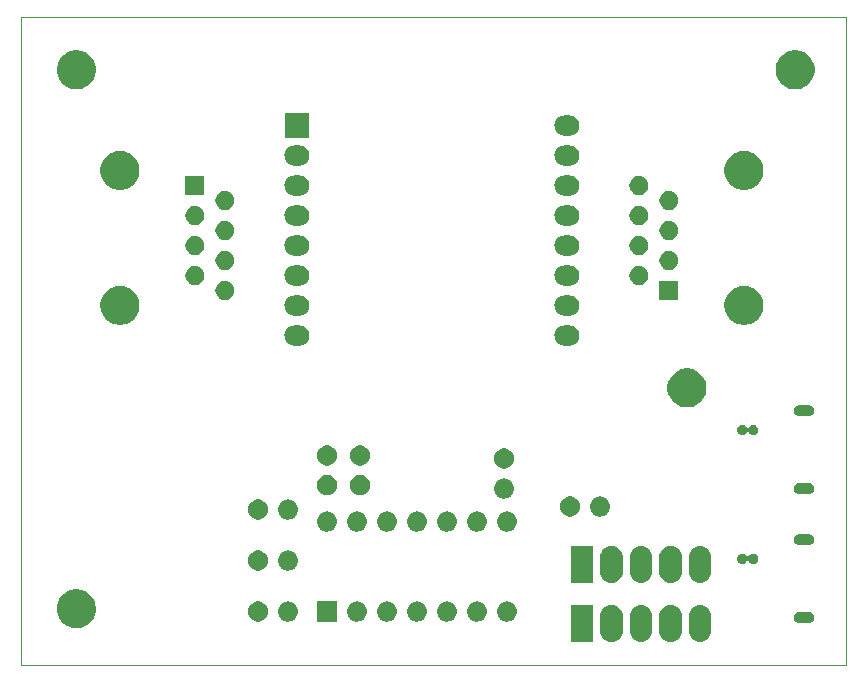
<source format=gbr>
%TF.GenerationSoftware,KiCad,Pcbnew,(5.1.4-0-10_14)*%
%TF.CreationDate,2019-12-20T01:32:49-08:00*%
%TF.ProjectId,DeskPCB,4465736b-5043-4422-9e6b-696361645f70,rev?*%
%TF.SameCoordinates,Original*%
%TF.FileFunction,Soldermask,Bot*%
%TF.FilePolarity,Negative*%
%FSLAX46Y46*%
G04 Gerber Fmt 4.6, Leading zero omitted, Abs format (unit mm)*
G04 Created by KiCad (PCBNEW (5.1.4-0-10_14)) date 2019-12-20 01:32:49*
%MOMM*%
%LPD*%
G04 APERTURE LIST*
%ADD10C,0.050000*%
%ADD11C,0.150000*%
G04 APERTURE END LIST*
D10*
X108712000Y-92456000D02*
X38862000Y-92456000D01*
X38862000Y-92456000D02*
X38862000Y-37528500D01*
X108712000Y-37528500D02*
X108712000Y-92456000D01*
X38862000Y-37528500D02*
X108712000Y-37528500D01*
D11*
G36*
X89046424Y-87362760D02*
G01*
X89046427Y-87362761D01*
X89046428Y-87362761D01*
X89225692Y-87417140D01*
X89225695Y-87417142D01*
X89225696Y-87417142D01*
X89390903Y-87505446D01*
X89535712Y-87624288D01*
X89654554Y-87769097D01*
X89722518Y-87896250D01*
X89742860Y-87934307D01*
X89797239Y-88113571D01*
X89797240Y-88113575D01*
X89811000Y-88253282D01*
X89811000Y-89546718D01*
X89797240Y-89686425D01*
X89797239Y-89686428D01*
X89797239Y-89686429D01*
X89742860Y-89865693D01*
X89742858Y-89865696D01*
X89742858Y-89865697D01*
X89654554Y-90030903D01*
X89535712Y-90175712D01*
X89390903Y-90294554D01*
X89225697Y-90382858D01*
X89225693Y-90382860D01*
X89046429Y-90437239D01*
X89046428Y-90437239D01*
X89046425Y-90437240D01*
X88860000Y-90455601D01*
X88673576Y-90437240D01*
X88673573Y-90437239D01*
X88673572Y-90437239D01*
X88494308Y-90382860D01*
X88494304Y-90382858D01*
X88329098Y-90294554D01*
X88184289Y-90175712D01*
X88065447Y-90030903D01*
X87977140Y-89865692D01*
X87922760Y-89686430D01*
X87909000Y-89546718D01*
X87909000Y-88253283D01*
X87922760Y-88113576D01*
X87922761Y-88113572D01*
X87977140Y-87934308D01*
X87997483Y-87896249D01*
X88065446Y-87769097D01*
X88184288Y-87624288D01*
X88329097Y-87505446D01*
X88494303Y-87417142D01*
X88494304Y-87417142D01*
X88494307Y-87417140D01*
X88673571Y-87362761D01*
X88673572Y-87362761D01*
X88673575Y-87362760D01*
X88860000Y-87344399D01*
X89046424Y-87362760D01*
X89046424Y-87362760D01*
G37*
G36*
X91546424Y-87362760D02*
G01*
X91546427Y-87362761D01*
X91546428Y-87362761D01*
X91725692Y-87417140D01*
X91725695Y-87417142D01*
X91725696Y-87417142D01*
X91890903Y-87505446D01*
X92035712Y-87624288D01*
X92154554Y-87769097D01*
X92222518Y-87896250D01*
X92242860Y-87934307D01*
X92297239Y-88113571D01*
X92297240Y-88113575D01*
X92311000Y-88253282D01*
X92311000Y-89546718D01*
X92297240Y-89686425D01*
X92297239Y-89686428D01*
X92297239Y-89686429D01*
X92242860Y-89865693D01*
X92242858Y-89865696D01*
X92242858Y-89865697D01*
X92154554Y-90030903D01*
X92035712Y-90175712D01*
X91890903Y-90294554D01*
X91725697Y-90382858D01*
X91725693Y-90382860D01*
X91546429Y-90437239D01*
X91546428Y-90437239D01*
X91546425Y-90437240D01*
X91360000Y-90455601D01*
X91173576Y-90437240D01*
X91173573Y-90437239D01*
X91173572Y-90437239D01*
X90994308Y-90382860D01*
X90994304Y-90382858D01*
X90829098Y-90294554D01*
X90684289Y-90175712D01*
X90565447Y-90030903D01*
X90477140Y-89865692D01*
X90422760Y-89686430D01*
X90409000Y-89546718D01*
X90409000Y-88253283D01*
X90422760Y-88113576D01*
X90422761Y-88113572D01*
X90477140Y-87934308D01*
X90497483Y-87896249D01*
X90565446Y-87769097D01*
X90684288Y-87624288D01*
X90829097Y-87505446D01*
X90994303Y-87417142D01*
X90994304Y-87417142D01*
X90994307Y-87417140D01*
X91173571Y-87362761D01*
X91173572Y-87362761D01*
X91173575Y-87362760D01*
X91360000Y-87344399D01*
X91546424Y-87362760D01*
X91546424Y-87362760D01*
G37*
G36*
X94046424Y-87362760D02*
G01*
X94046427Y-87362761D01*
X94046428Y-87362761D01*
X94225692Y-87417140D01*
X94225695Y-87417142D01*
X94225696Y-87417142D01*
X94390903Y-87505446D01*
X94535712Y-87624288D01*
X94654554Y-87769097D01*
X94722518Y-87896250D01*
X94742860Y-87934307D01*
X94797239Y-88113571D01*
X94797240Y-88113575D01*
X94811000Y-88253282D01*
X94811000Y-89546718D01*
X94797240Y-89686425D01*
X94797239Y-89686428D01*
X94797239Y-89686429D01*
X94742860Y-89865693D01*
X94742858Y-89865696D01*
X94742858Y-89865697D01*
X94654554Y-90030903D01*
X94535712Y-90175712D01*
X94390903Y-90294554D01*
X94225697Y-90382858D01*
X94225693Y-90382860D01*
X94046429Y-90437239D01*
X94046428Y-90437239D01*
X94046425Y-90437240D01*
X93860000Y-90455601D01*
X93673576Y-90437240D01*
X93673573Y-90437239D01*
X93673572Y-90437239D01*
X93494308Y-90382860D01*
X93494304Y-90382858D01*
X93329098Y-90294554D01*
X93184289Y-90175712D01*
X93065447Y-90030903D01*
X92977140Y-89865692D01*
X92922760Y-89686430D01*
X92909000Y-89546718D01*
X92909000Y-88253283D01*
X92922760Y-88113576D01*
X92922761Y-88113572D01*
X92977140Y-87934308D01*
X92997483Y-87896249D01*
X93065446Y-87769097D01*
X93184288Y-87624288D01*
X93329097Y-87505446D01*
X93494303Y-87417142D01*
X93494304Y-87417142D01*
X93494307Y-87417140D01*
X93673571Y-87362761D01*
X93673572Y-87362761D01*
X93673575Y-87362760D01*
X93860000Y-87344399D01*
X94046424Y-87362760D01*
X94046424Y-87362760D01*
G37*
G36*
X96546424Y-87362760D02*
G01*
X96546427Y-87362761D01*
X96546428Y-87362761D01*
X96725692Y-87417140D01*
X96725695Y-87417142D01*
X96725696Y-87417142D01*
X96890903Y-87505446D01*
X97035712Y-87624288D01*
X97154554Y-87769097D01*
X97222518Y-87896250D01*
X97242860Y-87934307D01*
X97297239Y-88113571D01*
X97297240Y-88113575D01*
X97311000Y-88253282D01*
X97311000Y-89546718D01*
X97297240Y-89686425D01*
X97297239Y-89686428D01*
X97297239Y-89686429D01*
X97242860Y-89865693D01*
X97242858Y-89865696D01*
X97242858Y-89865697D01*
X97154554Y-90030903D01*
X97035712Y-90175712D01*
X96890903Y-90294554D01*
X96725697Y-90382858D01*
X96725693Y-90382860D01*
X96546429Y-90437239D01*
X96546428Y-90437239D01*
X96546425Y-90437240D01*
X96360000Y-90455601D01*
X96173576Y-90437240D01*
X96173573Y-90437239D01*
X96173572Y-90437239D01*
X95994308Y-90382860D01*
X95994304Y-90382858D01*
X95829098Y-90294554D01*
X95684289Y-90175712D01*
X95565447Y-90030903D01*
X95477140Y-89865692D01*
X95422760Y-89686430D01*
X95409000Y-89546718D01*
X95409000Y-88253283D01*
X95422760Y-88113576D01*
X95422761Y-88113572D01*
X95477140Y-87934308D01*
X95497483Y-87896249D01*
X95565446Y-87769097D01*
X95684288Y-87624288D01*
X95829097Y-87505446D01*
X95994303Y-87417142D01*
X95994304Y-87417142D01*
X95994307Y-87417140D01*
X96173571Y-87362761D01*
X96173572Y-87362761D01*
X96173575Y-87362760D01*
X96360000Y-87344399D01*
X96546424Y-87362760D01*
X96546424Y-87362760D01*
G37*
G36*
X87311000Y-90451000D02*
G01*
X85409000Y-90451000D01*
X85409000Y-87349000D01*
X87311000Y-87349000D01*
X87311000Y-90451000D01*
X87311000Y-90451000D01*
G37*
G36*
X43920256Y-86037298D02*
G01*
X44026579Y-86058447D01*
X44327042Y-86182903D01*
X44597451Y-86363585D01*
X44827415Y-86593549D01*
X45008097Y-86863958D01*
X45132553Y-87164421D01*
X45144202Y-87222985D01*
X45196000Y-87483389D01*
X45196000Y-87808611D01*
X45178567Y-87896250D01*
X45132553Y-88127579D01*
X45008097Y-88428042D01*
X44827415Y-88698451D01*
X44597451Y-88928415D01*
X44327042Y-89109097D01*
X44026579Y-89233553D01*
X43920256Y-89254702D01*
X43707611Y-89297000D01*
X43382389Y-89297000D01*
X43169744Y-89254702D01*
X43063421Y-89233553D01*
X42762958Y-89109097D01*
X42492549Y-88928415D01*
X42262585Y-88698451D01*
X42081903Y-88428042D01*
X41957447Y-88127579D01*
X41911433Y-87896250D01*
X41894000Y-87808611D01*
X41894000Y-87483389D01*
X41945798Y-87222985D01*
X41957447Y-87164421D01*
X42081903Y-86863958D01*
X42262585Y-86593549D01*
X42492549Y-86363585D01*
X42762958Y-86182903D01*
X43063421Y-86058447D01*
X43169744Y-86037298D01*
X43382389Y-85995000D01*
X43707611Y-85995000D01*
X43920256Y-86037298D01*
X43920256Y-86037298D01*
G37*
G36*
X105604213Y-87896249D02*
G01*
X105698652Y-87924897D01*
X105785687Y-87971418D01*
X105861975Y-88034025D01*
X105924582Y-88110313D01*
X105971103Y-88197348D01*
X105999751Y-88291787D01*
X106009424Y-88390000D01*
X105999751Y-88488213D01*
X105971103Y-88582652D01*
X105924582Y-88669687D01*
X105861975Y-88745975D01*
X105785687Y-88808582D01*
X105698652Y-88855103D01*
X105604213Y-88883751D01*
X105530612Y-88891000D01*
X104781388Y-88891000D01*
X104707787Y-88883751D01*
X104613348Y-88855103D01*
X104526313Y-88808582D01*
X104450025Y-88745975D01*
X104387418Y-88669687D01*
X104340897Y-88582652D01*
X104312249Y-88488213D01*
X104302576Y-88390000D01*
X104312249Y-88291787D01*
X104340897Y-88197348D01*
X104387418Y-88110313D01*
X104450025Y-88034025D01*
X104526313Y-87971418D01*
X104613348Y-87924897D01*
X104707787Y-87896249D01*
X104781388Y-87889000D01*
X105530612Y-87889000D01*
X105604213Y-87896249D01*
X105604213Y-87896249D01*
G37*
G36*
X70016823Y-87045313D02*
G01*
X70177242Y-87093976D01*
X70244361Y-87129852D01*
X70325078Y-87172996D01*
X70454659Y-87279341D01*
X70561004Y-87408922D01*
X70561005Y-87408924D01*
X70640024Y-87556758D01*
X70688687Y-87717177D01*
X70705117Y-87884000D01*
X70688687Y-88050823D01*
X70640024Y-88211242D01*
X70569114Y-88343906D01*
X70561004Y-88359078D01*
X70454659Y-88488659D01*
X70325078Y-88595004D01*
X70325076Y-88595005D01*
X70177242Y-88674024D01*
X70016823Y-88722687D01*
X69891804Y-88735000D01*
X69808196Y-88735000D01*
X69683177Y-88722687D01*
X69522758Y-88674024D01*
X69374924Y-88595005D01*
X69374922Y-88595004D01*
X69245341Y-88488659D01*
X69138996Y-88359078D01*
X69130886Y-88343906D01*
X69059976Y-88211242D01*
X69011313Y-88050823D01*
X68994883Y-87884000D01*
X69011313Y-87717177D01*
X69059976Y-87556758D01*
X69138995Y-87408924D01*
X69138996Y-87408922D01*
X69245341Y-87279341D01*
X69374922Y-87172996D01*
X69455639Y-87129852D01*
X69522758Y-87093976D01*
X69683177Y-87045313D01*
X69808196Y-87033000D01*
X69891804Y-87033000D01*
X70016823Y-87045313D01*
X70016823Y-87045313D01*
G37*
G36*
X67476823Y-87045313D02*
G01*
X67637242Y-87093976D01*
X67704361Y-87129852D01*
X67785078Y-87172996D01*
X67914659Y-87279341D01*
X68021004Y-87408922D01*
X68021005Y-87408924D01*
X68100024Y-87556758D01*
X68148687Y-87717177D01*
X68165117Y-87884000D01*
X68148687Y-88050823D01*
X68100024Y-88211242D01*
X68029114Y-88343906D01*
X68021004Y-88359078D01*
X67914659Y-88488659D01*
X67785078Y-88595004D01*
X67785076Y-88595005D01*
X67637242Y-88674024D01*
X67476823Y-88722687D01*
X67351804Y-88735000D01*
X67268196Y-88735000D01*
X67143177Y-88722687D01*
X66982758Y-88674024D01*
X66834924Y-88595005D01*
X66834922Y-88595004D01*
X66705341Y-88488659D01*
X66598996Y-88359078D01*
X66590886Y-88343906D01*
X66519976Y-88211242D01*
X66471313Y-88050823D01*
X66454883Y-87884000D01*
X66471313Y-87717177D01*
X66519976Y-87556758D01*
X66598995Y-87408924D01*
X66598996Y-87408922D01*
X66705341Y-87279341D01*
X66834922Y-87172996D01*
X66915639Y-87129852D01*
X66982758Y-87093976D01*
X67143177Y-87045313D01*
X67268196Y-87033000D01*
X67351804Y-87033000D01*
X67476823Y-87045313D01*
X67476823Y-87045313D01*
G37*
G36*
X65621000Y-88735000D02*
G01*
X63919000Y-88735000D01*
X63919000Y-87033000D01*
X65621000Y-87033000D01*
X65621000Y-88735000D01*
X65621000Y-88735000D01*
G37*
G36*
X61634823Y-87045313D02*
G01*
X61795242Y-87093976D01*
X61862361Y-87129852D01*
X61943078Y-87172996D01*
X62072659Y-87279341D01*
X62179004Y-87408922D01*
X62179005Y-87408924D01*
X62258024Y-87556758D01*
X62306687Y-87717177D01*
X62323117Y-87884000D01*
X62306687Y-88050823D01*
X62258024Y-88211242D01*
X62187114Y-88343906D01*
X62179004Y-88359078D01*
X62072659Y-88488659D01*
X61943078Y-88595004D01*
X61943076Y-88595005D01*
X61795242Y-88674024D01*
X61634823Y-88722687D01*
X61509804Y-88735000D01*
X61426196Y-88735000D01*
X61301177Y-88722687D01*
X61140758Y-88674024D01*
X60992924Y-88595005D01*
X60992922Y-88595004D01*
X60863341Y-88488659D01*
X60756996Y-88359078D01*
X60748886Y-88343906D01*
X60677976Y-88211242D01*
X60629313Y-88050823D01*
X60612883Y-87884000D01*
X60629313Y-87717177D01*
X60677976Y-87556758D01*
X60756995Y-87408924D01*
X60756996Y-87408922D01*
X60863341Y-87279341D01*
X60992922Y-87172996D01*
X61073639Y-87129852D01*
X61140758Y-87093976D01*
X61301177Y-87045313D01*
X61426196Y-87033000D01*
X61509804Y-87033000D01*
X61634823Y-87045313D01*
X61634823Y-87045313D01*
G37*
G36*
X59176228Y-87065703D02*
G01*
X59331100Y-87129853D01*
X59470481Y-87222985D01*
X59589015Y-87341519D01*
X59682147Y-87480900D01*
X59746297Y-87635772D01*
X59779000Y-87800184D01*
X59779000Y-87967816D01*
X59746297Y-88132228D01*
X59682147Y-88287100D01*
X59589015Y-88426481D01*
X59470481Y-88545015D01*
X59331100Y-88638147D01*
X59176228Y-88702297D01*
X59011816Y-88735000D01*
X58844184Y-88735000D01*
X58679772Y-88702297D01*
X58524900Y-88638147D01*
X58385519Y-88545015D01*
X58266985Y-88426481D01*
X58173853Y-88287100D01*
X58109703Y-88132228D01*
X58077000Y-87967816D01*
X58077000Y-87800184D01*
X58109703Y-87635772D01*
X58173853Y-87480900D01*
X58266985Y-87341519D01*
X58385519Y-87222985D01*
X58524900Y-87129853D01*
X58679772Y-87065703D01*
X58844184Y-87033000D01*
X59011816Y-87033000D01*
X59176228Y-87065703D01*
X59176228Y-87065703D01*
G37*
G36*
X80176823Y-87045313D02*
G01*
X80337242Y-87093976D01*
X80404361Y-87129852D01*
X80485078Y-87172996D01*
X80614659Y-87279341D01*
X80721004Y-87408922D01*
X80721005Y-87408924D01*
X80800024Y-87556758D01*
X80848687Y-87717177D01*
X80865117Y-87884000D01*
X80848687Y-88050823D01*
X80800024Y-88211242D01*
X80729114Y-88343906D01*
X80721004Y-88359078D01*
X80614659Y-88488659D01*
X80485078Y-88595004D01*
X80485076Y-88595005D01*
X80337242Y-88674024D01*
X80176823Y-88722687D01*
X80051804Y-88735000D01*
X79968196Y-88735000D01*
X79843177Y-88722687D01*
X79682758Y-88674024D01*
X79534924Y-88595005D01*
X79534922Y-88595004D01*
X79405341Y-88488659D01*
X79298996Y-88359078D01*
X79290886Y-88343906D01*
X79219976Y-88211242D01*
X79171313Y-88050823D01*
X79154883Y-87884000D01*
X79171313Y-87717177D01*
X79219976Y-87556758D01*
X79298995Y-87408924D01*
X79298996Y-87408922D01*
X79405341Y-87279341D01*
X79534922Y-87172996D01*
X79615639Y-87129852D01*
X79682758Y-87093976D01*
X79843177Y-87045313D01*
X79968196Y-87033000D01*
X80051804Y-87033000D01*
X80176823Y-87045313D01*
X80176823Y-87045313D01*
G37*
G36*
X77636823Y-87045313D02*
G01*
X77797242Y-87093976D01*
X77864361Y-87129852D01*
X77945078Y-87172996D01*
X78074659Y-87279341D01*
X78181004Y-87408922D01*
X78181005Y-87408924D01*
X78260024Y-87556758D01*
X78308687Y-87717177D01*
X78325117Y-87884000D01*
X78308687Y-88050823D01*
X78260024Y-88211242D01*
X78189114Y-88343906D01*
X78181004Y-88359078D01*
X78074659Y-88488659D01*
X77945078Y-88595004D01*
X77945076Y-88595005D01*
X77797242Y-88674024D01*
X77636823Y-88722687D01*
X77511804Y-88735000D01*
X77428196Y-88735000D01*
X77303177Y-88722687D01*
X77142758Y-88674024D01*
X76994924Y-88595005D01*
X76994922Y-88595004D01*
X76865341Y-88488659D01*
X76758996Y-88359078D01*
X76750886Y-88343906D01*
X76679976Y-88211242D01*
X76631313Y-88050823D01*
X76614883Y-87884000D01*
X76631313Y-87717177D01*
X76679976Y-87556758D01*
X76758995Y-87408924D01*
X76758996Y-87408922D01*
X76865341Y-87279341D01*
X76994922Y-87172996D01*
X77075639Y-87129852D01*
X77142758Y-87093976D01*
X77303177Y-87045313D01*
X77428196Y-87033000D01*
X77511804Y-87033000D01*
X77636823Y-87045313D01*
X77636823Y-87045313D01*
G37*
G36*
X75096823Y-87045313D02*
G01*
X75257242Y-87093976D01*
X75324361Y-87129852D01*
X75405078Y-87172996D01*
X75534659Y-87279341D01*
X75641004Y-87408922D01*
X75641005Y-87408924D01*
X75720024Y-87556758D01*
X75768687Y-87717177D01*
X75785117Y-87884000D01*
X75768687Y-88050823D01*
X75720024Y-88211242D01*
X75649114Y-88343906D01*
X75641004Y-88359078D01*
X75534659Y-88488659D01*
X75405078Y-88595004D01*
X75405076Y-88595005D01*
X75257242Y-88674024D01*
X75096823Y-88722687D01*
X74971804Y-88735000D01*
X74888196Y-88735000D01*
X74763177Y-88722687D01*
X74602758Y-88674024D01*
X74454924Y-88595005D01*
X74454922Y-88595004D01*
X74325341Y-88488659D01*
X74218996Y-88359078D01*
X74210886Y-88343906D01*
X74139976Y-88211242D01*
X74091313Y-88050823D01*
X74074883Y-87884000D01*
X74091313Y-87717177D01*
X74139976Y-87556758D01*
X74218995Y-87408924D01*
X74218996Y-87408922D01*
X74325341Y-87279341D01*
X74454922Y-87172996D01*
X74535639Y-87129852D01*
X74602758Y-87093976D01*
X74763177Y-87045313D01*
X74888196Y-87033000D01*
X74971804Y-87033000D01*
X75096823Y-87045313D01*
X75096823Y-87045313D01*
G37*
G36*
X72556823Y-87045313D02*
G01*
X72717242Y-87093976D01*
X72784361Y-87129852D01*
X72865078Y-87172996D01*
X72994659Y-87279341D01*
X73101004Y-87408922D01*
X73101005Y-87408924D01*
X73180024Y-87556758D01*
X73228687Y-87717177D01*
X73245117Y-87884000D01*
X73228687Y-88050823D01*
X73180024Y-88211242D01*
X73109114Y-88343906D01*
X73101004Y-88359078D01*
X72994659Y-88488659D01*
X72865078Y-88595004D01*
X72865076Y-88595005D01*
X72717242Y-88674024D01*
X72556823Y-88722687D01*
X72431804Y-88735000D01*
X72348196Y-88735000D01*
X72223177Y-88722687D01*
X72062758Y-88674024D01*
X71914924Y-88595005D01*
X71914922Y-88595004D01*
X71785341Y-88488659D01*
X71678996Y-88359078D01*
X71670886Y-88343906D01*
X71599976Y-88211242D01*
X71551313Y-88050823D01*
X71534883Y-87884000D01*
X71551313Y-87717177D01*
X71599976Y-87556758D01*
X71678995Y-87408924D01*
X71678996Y-87408922D01*
X71785341Y-87279341D01*
X71914922Y-87172996D01*
X71995639Y-87129852D01*
X72062758Y-87093976D01*
X72223177Y-87045313D01*
X72348196Y-87033000D01*
X72431804Y-87033000D01*
X72556823Y-87045313D01*
X72556823Y-87045313D01*
G37*
G36*
X94046424Y-82362760D02*
G01*
X94046427Y-82362761D01*
X94046428Y-82362761D01*
X94225692Y-82417140D01*
X94225695Y-82417142D01*
X94225696Y-82417142D01*
X94390903Y-82505446D01*
X94535712Y-82624288D01*
X94654554Y-82769097D01*
X94727187Y-82904985D01*
X94742860Y-82934307D01*
X94790369Y-83090924D01*
X94797240Y-83113575D01*
X94811000Y-83253282D01*
X94811000Y-84546718D01*
X94797240Y-84686425D01*
X94797239Y-84686428D01*
X94797239Y-84686429D01*
X94742860Y-84865693D01*
X94742858Y-84865696D01*
X94742858Y-84865697D01*
X94654554Y-85030903D01*
X94535712Y-85175712D01*
X94390903Y-85294554D01*
X94225697Y-85382858D01*
X94225693Y-85382860D01*
X94046429Y-85437239D01*
X94046428Y-85437239D01*
X94046425Y-85437240D01*
X93860000Y-85455601D01*
X93673576Y-85437240D01*
X93673573Y-85437239D01*
X93673572Y-85437239D01*
X93494308Y-85382860D01*
X93494304Y-85382858D01*
X93329098Y-85294554D01*
X93184289Y-85175712D01*
X93065447Y-85030903D01*
X92977140Y-84865692D01*
X92922760Y-84686430D01*
X92909000Y-84546718D01*
X92909000Y-83253283D01*
X92922760Y-83113576D01*
X92922761Y-83113572D01*
X92977140Y-82934308D01*
X93019533Y-82854996D01*
X93065446Y-82769097D01*
X93184288Y-82624288D01*
X93329097Y-82505446D01*
X93494303Y-82417142D01*
X93494304Y-82417142D01*
X93494307Y-82417140D01*
X93673571Y-82362761D01*
X93673572Y-82362761D01*
X93673575Y-82362760D01*
X93860000Y-82344399D01*
X94046424Y-82362760D01*
X94046424Y-82362760D01*
G37*
G36*
X91546424Y-82362760D02*
G01*
X91546427Y-82362761D01*
X91546428Y-82362761D01*
X91725692Y-82417140D01*
X91725695Y-82417142D01*
X91725696Y-82417142D01*
X91890903Y-82505446D01*
X92035712Y-82624288D01*
X92154554Y-82769097D01*
X92227187Y-82904985D01*
X92242860Y-82934307D01*
X92290369Y-83090924D01*
X92297240Y-83113575D01*
X92311000Y-83253282D01*
X92311000Y-84546718D01*
X92297240Y-84686425D01*
X92297239Y-84686428D01*
X92297239Y-84686429D01*
X92242860Y-84865693D01*
X92242858Y-84865696D01*
X92242858Y-84865697D01*
X92154554Y-85030903D01*
X92035712Y-85175712D01*
X91890903Y-85294554D01*
X91725697Y-85382858D01*
X91725693Y-85382860D01*
X91546429Y-85437239D01*
X91546428Y-85437239D01*
X91546425Y-85437240D01*
X91360000Y-85455601D01*
X91173576Y-85437240D01*
X91173573Y-85437239D01*
X91173572Y-85437239D01*
X90994308Y-85382860D01*
X90994304Y-85382858D01*
X90829098Y-85294554D01*
X90684289Y-85175712D01*
X90565447Y-85030903D01*
X90477140Y-84865692D01*
X90422760Y-84686430D01*
X90409000Y-84546718D01*
X90409000Y-83253283D01*
X90422760Y-83113576D01*
X90422761Y-83113572D01*
X90477140Y-82934308D01*
X90519533Y-82854996D01*
X90565446Y-82769097D01*
X90684288Y-82624288D01*
X90829097Y-82505446D01*
X90994303Y-82417142D01*
X90994304Y-82417142D01*
X90994307Y-82417140D01*
X91173571Y-82362761D01*
X91173572Y-82362761D01*
X91173575Y-82362760D01*
X91360000Y-82344399D01*
X91546424Y-82362760D01*
X91546424Y-82362760D01*
G37*
G36*
X96546424Y-82362760D02*
G01*
X96546427Y-82362761D01*
X96546428Y-82362761D01*
X96725692Y-82417140D01*
X96725695Y-82417142D01*
X96725696Y-82417142D01*
X96890903Y-82505446D01*
X97035712Y-82624288D01*
X97154554Y-82769097D01*
X97227187Y-82904985D01*
X97242860Y-82934307D01*
X97290369Y-83090924D01*
X97297240Y-83113575D01*
X97311000Y-83253282D01*
X97311000Y-84546718D01*
X97297240Y-84686425D01*
X97297239Y-84686428D01*
X97297239Y-84686429D01*
X97242860Y-84865693D01*
X97242858Y-84865696D01*
X97242858Y-84865697D01*
X97154554Y-85030903D01*
X97035712Y-85175712D01*
X96890903Y-85294554D01*
X96725697Y-85382858D01*
X96725693Y-85382860D01*
X96546429Y-85437239D01*
X96546428Y-85437239D01*
X96546425Y-85437240D01*
X96360000Y-85455601D01*
X96173576Y-85437240D01*
X96173573Y-85437239D01*
X96173572Y-85437239D01*
X95994308Y-85382860D01*
X95994304Y-85382858D01*
X95829098Y-85294554D01*
X95684289Y-85175712D01*
X95565447Y-85030903D01*
X95477140Y-84865692D01*
X95422760Y-84686430D01*
X95409000Y-84546718D01*
X95409000Y-83253283D01*
X95422760Y-83113576D01*
X95422761Y-83113572D01*
X95477140Y-82934308D01*
X95519533Y-82854996D01*
X95565446Y-82769097D01*
X95684288Y-82624288D01*
X95829097Y-82505446D01*
X95994303Y-82417142D01*
X95994304Y-82417142D01*
X95994307Y-82417140D01*
X96173571Y-82362761D01*
X96173572Y-82362761D01*
X96173575Y-82362760D01*
X96360000Y-82344399D01*
X96546424Y-82362760D01*
X96546424Y-82362760D01*
G37*
G36*
X89046424Y-82362760D02*
G01*
X89046427Y-82362761D01*
X89046428Y-82362761D01*
X89225692Y-82417140D01*
X89225695Y-82417142D01*
X89225696Y-82417142D01*
X89390903Y-82505446D01*
X89535712Y-82624288D01*
X89654554Y-82769097D01*
X89727187Y-82904985D01*
X89742860Y-82934307D01*
X89790369Y-83090924D01*
X89797240Y-83113575D01*
X89811000Y-83253282D01*
X89811000Y-84546718D01*
X89797240Y-84686425D01*
X89797239Y-84686428D01*
X89797239Y-84686429D01*
X89742860Y-84865693D01*
X89742858Y-84865696D01*
X89742858Y-84865697D01*
X89654554Y-85030903D01*
X89535712Y-85175712D01*
X89390903Y-85294554D01*
X89225697Y-85382858D01*
X89225693Y-85382860D01*
X89046429Y-85437239D01*
X89046428Y-85437239D01*
X89046425Y-85437240D01*
X88860000Y-85455601D01*
X88673576Y-85437240D01*
X88673573Y-85437239D01*
X88673572Y-85437239D01*
X88494308Y-85382860D01*
X88494304Y-85382858D01*
X88329098Y-85294554D01*
X88184289Y-85175712D01*
X88065447Y-85030903D01*
X87977140Y-84865692D01*
X87922760Y-84686430D01*
X87909000Y-84546718D01*
X87909000Y-83253283D01*
X87922760Y-83113576D01*
X87922761Y-83113572D01*
X87977140Y-82934308D01*
X88019533Y-82854996D01*
X88065446Y-82769097D01*
X88184288Y-82624288D01*
X88329097Y-82505446D01*
X88494303Y-82417142D01*
X88494304Y-82417142D01*
X88494307Y-82417140D01*
X88673571Y-82362761D01*
X88673572Y-82362761D01*
X88673575Y-82362760D01*
X88860000Y-82344399D01*
X89046424Y-82362760D01*
X89046424Y-82362760D01*
G37*
G36*
X87311000Y-85451000D02*
G01*
X85409000Y-85451000D01*
X85409000Y-82349000D01*
X87311000Y-82349000D01*
X87311000Y-85451000D01*
X87311000Y-85451000D01*
G37*
G36*
X59176228Y-82747703D02*
G01*
X59331100Y-82811853D01*
X59470481Y-82904985D01*
X59589015Y-83023519D01*
X59682147Y-83162900D01*
X59746297Y-83317772D01*
X59779000Y-83482184D01*
X59779000Y-83649816D01*
X59746297Y-83814228D01*
X59682147Y-83969100D01*
X59589015Y-84108481D01*
X59470481Y-84227015D01*
X59331100Y-84320147D01*
X59176228Y-84384297D01*
X59011816Y-84417000D01*
X58844184Y-84417000D01*
X58679772Y-84384297D01*
X58524900Y-84320147D01*
X58385519Y-84227015D01*
X58266985Y-84108481D01*
X58173853Y-83969100D01*
X58109703Y-83814228D01*
X58077000Y-83649816D01*
X58077000Y-83482184D01*
X58109703Y-83317772D01*
X58173853Y-83162900D01*
X58266985Y-83023519D01*
X58385519Y-82904985D01*
X58524900Y-82811853D01*
X58679772Y-82747703D01*
X58844184Y-82715000D01*
X59011816Y-82715000D01*
X59176228Y-82747703D01*
X59176228Y-82747703D01*
G37*
G36*
X61634823Y-82727313D02*
G01*
X61795242Y-82775976D01*
X61862361Y-82811852D01*
X61943078Y-82854996D01*
X62072659Y-82961341D01*
X62179004Y-83090922D01*
X62179005Y-83090924D01*
X62258024Y-83238758D01*
X62306687Y-83399177D01*
X62323117Y-83566000D01*
X62306687Y-83732823D01*
X62258024Y-83893242D01*
X62217477Y-83969100D01*
X62179004Y-84041078D01*
X62072659Y-84170659D01*
X61943078Y-84277004D01*
X61943076Y-84277005D01*
X61795242Y-84356024D01*
X61634823Y-84404687D01*
X61509804Y-84417000D01*
X61426196Y-84417000D01*
X61301177Y-84404687D01*
X61140758Y-84356024D01*
X60992924Y-84277005D01*
X60992922Y-84277004D01*
X60863341Y-84170659D01*
X60756996Y-84041078D01*
X60718523Y-83969100D01*
X60677976Y-83893242D01*
X60629313Y-83732823D01*
X60612883Y-83566000D01*
X60629313Y-83399177D01*
X60677976Y-83238758D01*
X60756995Y-83090924D01*
X60756996Y-83090922D01*
X60863341Y-82961341D01*
X60992922Y-82854996D01*
X61073639Y-82811852D01*
X61140758Y-82775976D01*
X61301177Y-82727313D01*
X61426196Y-82715000D01*
X61509804Y-82715000D01*
X61634823Y-82727313D01*
X61634823Y-82727313D01*
G37*
G36*
X100049609Y-82998201D02*
G01*
X100128227Y-83030766D01*
X100128229Y-83030767D01*
X100198984Y-83078044D01*
X100259156Y-83138216D01*
X100259157Y-83138218D01*
X100289567Y-83183730D01*
X100305112Y-83202672D01*
X100324054Y-83218217D01*
X100345665Y-83229768D01*
X100369114Y-83236881D01*
X100393500Y-83239283D01*
X100417886Y-83236881D01*
X100441335Y-83229768D01*
X100462946Y-83218217D01*
X100481888Y-83202672D01*
X100497433Y-83183730D01*
X100527843Y-83138218D01*
X100527844Y-83138216D01*
X100588016Y-83078044D01*
X100658771Y-83030767D01*
X100658773Y-83030766D01*
X100737391Y-82998201D01*
X100820850Y-82981600D01*
X100905950Y-82981600D01*
X100989409Y-82998201D01*
X101068027Y-83030766D01*
X101068029Y-83030767D01*
X101138784Y-83078044D01*
X101198956Y-83138216D01*
X101198957Y-83138218D01*
X101246234Y-83208973D01*
X101278799Y-83287591D01*
X101295400Y-83371050D01*
X101295400Y-83456150D01*
X101278799Y-83539609D01*
X101250063Y-83608983D01*
X101246233Y-83618229D01*
X101198956Y-83688984D01*
X101138784Y-83749156D01*
X101068029Y-83796433D01*
X101068028Y-83796434D01*
X101068027Y-83796434D01*
X100989409Y-83828999D01*
X100905950Y-83845600D01*
X100820850Y-83845600D01*
X100737391Y-83828999D01*
X100658773Y-83796434D01*
X100658772Y-83796434D01*
X100658771Y-83796433D01*
X100588016Y-83749156D01*
X100527844Y-83688984D01*
X100497430Y-83643467D01*
X100481888Y-83624528D01*
X100462946Y-83608983D01*
X100441335Y-83597432D01*
X100417886Y-83590319D01*
X100393500Y-83587917D01*
X100369114Y-83590319D01*
X100345665Y-83597432D01*
X100324054Y-83608983D01*
X100305112Y-83624528D01*
X100289570Y-83643467D01*
X100259156Y-83688984D01*
X100198984Y-83749156D01*
X100128229Y-83796433D01*
X100128228Y-83796434D01*
X100128227Y-83796434D01*
X100049609Y-83828999D01*
X99966150Y-83845600D01*
X99881050Y-83845600D01*
X99797591Y-83828999D01*
X99718973Y-83796434D01*
X99718972Y-83796434D01*
X99718971Y-83796433D01*
X99648216Y-83749156D01*
X99588044Y-83688984D01*
X99540767Y-83618229D01*
X99536937Y-83608983D01*
X99508201Y-83539609D01*
X99491600Y-83456150D01*
X99491600Y-83371050D01*
X99508201Y-83287591D01*
X99540766Y-83208973D01*
X99588043Y-83138218D01*
X99588044Y-83138216D01*
X99648216Y-83078044D01*
X99718971Y-83030767D01*
X99718973Y-83030766D01*
X99797591Y-82998201D01*
X99881050Y-82981600D01*
X99966150Y-82981600D01*
X100049609Y-82998201D01*
X100049609Y-82998201D01*
G37*
G36*
X105604213Y-81296249D02*
G01*
X105698652Y-81324897D01*
X105785687Y-81371418D01*
X105861975Y-81434025D01*
X105924582Y-81510313D01*
X105971103Y-81597348D01*
X105999751Y-81691787D01*
X106009424Y-81790000D01*
X105999751Y-81888213D01*
X105971103Y-81982652D01*
X105924582Y-82069687D01*
X105861975Y-82145975D01*
X105785687Y-82208582D01*
X105698652Y-82255103D01*
X105604213Y-82283751D01*
X105530612Y-82291000D01*
X104781388Y-82291000D01*
X104707787Y-82283751D01*
X104613348Y-82255103D01*
X104526313Y-82208582D01*
X104450025Y-82145975D01*
X104387418Y-82069687D01*
X104340897Y-81982652D01*
X104312249Y-81888213D01*
X104302576Y-81790000D01*
X104312249Y-81691787D01*
X104340897Y-81597348D01*
X104387418Y-81510313D01*
X104450025Y-81434025D01*
X104526313Y-81371418D01*
X104613348Y-81324897D01*
X104707787Y-81296249D01*
X104781388Y-81289000D01*
X105530612Y-81289000D01*
X105604213Y-81296249D01*
X105604213Y-81296249D01*
G37*
G36*
X70016823Y-79425313D02*
G01*
X70177242Y-79473976D01*
X70309906Y-79544886D01*
X70325078Y-79552996D01*
X70454659Y-79659341D01*
X70561004Y-79788922D01*
X70561005Y-79788924D01*
X70640024Y-79936758D01*
X70688687Y-80097177D01*
X70705117Y-80264000D01*
X70688687Y-80430823D01*
X70640024Y-80591242D01*
X70569114Y-80723906D01*
X70561004Y-80739078D01*
X70454659Y-80868659D01*
X70325078Y-80975004D01*
X70325076Y-80975005D01*
X70177242Y-81054024D01*
X70016823Y-81102687D01*
X69891804Y-81115000D01*
X69808196Y-81115000D01*
X69683177Y-81102687D01*
X69522758Y-81054024D01*
X69374924Y-80975005D01*
X69374922Y-80975004D01*
X69245341Y-80868659D01*
X69138996Y-80739078D01*
X69130886Y-80723906D01*
X69059976Y-80591242D01*
X69011313Y-80430823D01*
X68994883Y-80264000D01*
X69011313Y-80097177D01*
X69059976Y-79936758D01*
X69138995Y-79788924D01*
X69138996Y-79788922D01*
X69245341Y-79659341D01*
X69374922Y-79552996D01*
X69390094Y-79544886D01*
X69522758Y-79473976D01*
X69683177Y-79425313D01*
X69808196Y-79413000D01*
X69891804Y-79413000D01*
X70016823Y-79425313D01*
X70016823Y-79425313D01*
G37*
G36*
X64936823Y-79425313D02*
G01*
X65097242Y-79473976D01*
X65229906Y-79544886D01*
X65245078Y-79552996D01*
X65374659Y-79659341D01*
X65481004Y-79788922D01*
X65481005Y-79788924D01*
X65560024Y-79936758D01*
X65608687Y-80097177D01*
X65625117Y-80264000D01*
X65608687Y-80430823D01*
X65560024Y-80591242D01*
X65489114Y-80723906D01*
X65481004Y-80739078D01*
X65374659Y-80868659D01*
X65245078Y-80975004D01*
X65245076Y-80975005D01*
X65097242Y-81054024D01*
X64936823Y-81102687D01*
X64811804Y-81115000D01*
X64728196Y-81115000D01*
X64603177Y-81102687D01*
X64442758Y-81054024D01*
X64294924Y-80975005D01*
X64294922Y-80975004D01*
X64165341Y-80868659D01*
X64058996Y-80739078D01*
X64050886Y-80723906D01*
X63979976Y-80591242D01*
X63931313Y-80430823D01*
X63914883Y-80264000D01*
X63931313Y-80097177D01*
X63979976Y-79936758D01*
X64058995Y-79788924D01*
X64058996Y-79788922D01*
X64165341Y-79659341D01*
X64294922Y-79552996D01*
X64310094Y-79544886D01*
X64442758Y-79473976D01*
X64603177Y-79425313D01*
X64728196Y-79413000D01*
X64811804Y-79413000D01*
X64936823Y-79425313D01*
X64936823Y-79425313D01*
G37*
G36*
X67476823Y-79425313D02*
G01*
X67637242Y-79473976D01*
X67769906Y-79544886D01*
X67785078Y-79552996D01*
X67914659Y-79659341D01*
X68021004Y-79788922D01*
X68021005Y-79788924D01*
X68100024Y-79936758D01*
X68148687Y-80097177D01*
X68165117Y-80264000D01*
X68148687Y-80430823D01*
X68100024Y-80591242D01*
X68029114Y-80723906D01*
X68021004Y-80739078D01*
X67914659Y-80868659D01*
X67785078Y-80975004D01*
X67785076Y-80975005D01*
X67637242Y-81054024D01*
X67476823Y-81102687D01*
X67351804Y-81115000D01*
X67268196Y-81115000D01*
X67143177Y-81102687D01*
X66982758Y-81054024D01*
X66834924Y-80975005D01*
X66834922Y-80975004D01*
X66705341Y-80868659D01*
X66598996Y-80739078D01*
X66590886Y-80723906D01*
X66519976Y-80591242D01*
X66471313Y-80430823D01*
X66454883Y-80264000D01*
X66471313Y-80097177D01*
X66519976Y-79936758D01*
X66598995Y-79788924D01*
X66598996Y-79788922D01*
X66705341Y-79659341D01*
X66834922Y-79552996D01*
X66850094Y-79544886D01*
X66982758Y-79473976D01*
X67143177Y-79425313D01*
X67268196Y-79413000D01*
X67351804Y-79413000D01*
X67476823Y-79425313D01*
X67476823Y-79425313D01*
G37*
G36*
X72556823Y-79425313D02*
G01*
X72717242Y-79473976D01*
X72849906Y-79544886D01*
X72865078Y-79552996D01*
X72994659Y-79659341D01*
X73101004Y-79788922D01*
X73101005Y-79788924D01*
X73180024Y-79936758D01*
X73228687Y-80097177D01*
X73245117Y-80264000D01*
X73228687Y-80430823D01*
X73180024Y-80591242D01*
X73109114Y-80723906D01*
X73101004Y-80739078D01*
X72994659Y-80868659D01*
X72865078Y-80975004D01*
X72865076Y-80975005D01*
X72717242Y-81054024D01*
X72556823Y-81102687D01*
X72431804Y-81115000D01*
X72348196Y-81115000D01*
X72223177Y-81102687D01*
X72062758Y-81054024D01*
X71914924Y-80975005D01*
X71914922Y-80975004D01*
X71785341Y-80868659D01*
X71678996Y-80739078D01*
X71670886Y-80723906D01*
X71599976Y-80591242D01*
X71551313Y-80430823D01*
X71534883Y-80264000D01*
X71551313Y-80097177D01*
X71599976Y-79936758D01*
X71678995Y-79788924D01*
X71678996Y-79788922D01*
X71785341Y-79659341D01*
X71914922Y-79552996D01*
X71930094Y-79544886D01*
X72062758Y-79473976D01*
X72223177Y-79425313D01*
X72348196Y-79413000D01*
X72431804Y-79413000D01*
X72556823Y-79425313D01*
X72556823Y-79425313D01*
G37*
G36*
X77636823Y-79425313D02*
G01*
X77797242Y-79473976D01*
X77929906Y-79544886D01*
X77945078Y-79552996D01*
X78074659Y-79659341D01*
X78181004Y-79788922D01*
X78181005Y-79788924D01*
X78260024Y-79936758D01*
X78308687Y-80097177D01*
X78325117Y-80264000D01*
X78308687Y-80430823D01*
X78260024Y-80591242D01*
X78189114Y-80723906D01*
X78181004Y-80739078D01*
X78074659Y-80868659D01*
X77945078Y-80975004D01*
X77945076Y-80975005D01*
X77797242Y-81054024D01*
X77636823Y-81102687D01*
X77511804Y-81115000D01*
X77428196Y-81115000D01*
X77303177Y-81102687D01*
X77142758Y-81054024D01*
X76994924Y-80975005D01*
X76994922Y-80975004D01*
X76865341Y-80868659D01*
X76758996Y-80739078D01*
X76750886Y-80723906D01*
X76679976Y-80591242D01*
X76631313Y-80430823D01*
X76614883Y-80264000D01*
X76631313Y-80097177D01*
X76679976Y-79936758D01*
X76758995Y-79788924D01*
X76758996Y-79788922D01*
X76865341Y-79659341D01*
X76994922Y-79552996D01*
X77010094Y-79544886D01*
X77142758Y-79473976D01*
X77303177Y-79425313D01*
X77428196Y-79413000D01*
X77511804Y-79413000D01*
X77636823Y-79425313D01*
X77636823Y-79425313D01*
G37*
G36*
X80176823Y-79425313D02*
G01*
X80337242Y-79473976D01*
X80469906Y-79544886D01*
X80485078Y-79552996D01*
X80614659Y-79659341D01*
X80721004Y-79788922D01*
X80721005Y-79788924D01*
X80800024Y-79936758D01*
X80848687Y-80097177D01*
X80865117Y-80264000D01*
X80848687Y-80430823D01*
X80800024Y-80591242D01*
X80729114Y-80723906D01*
X80721004Y-80739078D01*
X80614659Y-80868659D01*
X80485078Y-80975004D01*
X80485076Y-80975005D01*
X80337242Y-81054024D01*
X80176823Y-81102687D01*
X80051804Y-81115000D01*
X79968196Y-81115000D01*
X79843177Y-81102687D01*
X79682758Y-81054024D01*
X79534924Y-80975005D01*
X79534922Y-80975004D01*
X79405341Y-80868659D01*
X79298996Y-80739078D01*
X79290886Y-80723906D01*
X79219976Y-80591242D01*
X79171313Y-80430823D01*
X79154883Y-80264000D01*
X79171313Y-80097177D01*
X79219976Y-79936758D01*
X79298995Y-79788924D01*
X79298996Y-79788922D01*
X79405341Y-79659341D01*
X79534922Y-79552996D01*
X79550094Y-79544886D01*
X79682758Y-79473976D01*
X79843177Y-79425313D01*
X79968196Y-79413000D01*
X80051804Y-79413000D01*
X80176823Y-79425313D01*
X80176823Y-79425313D01*
G37*
G36*
X75096823Y-79425313D02*
G01*
X75257242Y-79473976D01*
X75389906Y-79544886D01*
X75405078Y-79552996D01*
X75534659Y-79659341D01*
X75641004Y-79788922D01*
X75641005Y-79788924D01*
X75720024Y-79936758D01*
X75768687Y-80097177D01*
X75785117Y-80264000D01*
X75768687Y-80430823D01*
X75720024Y-80591242D01*
X75649114Y-80723906D01*
X75641004Y-80739078D01*
X75534659Y-80868659D01*
X75405078Y-80975004D01*
X75405076Y-80975005D01*
X75257242Y-81054024D01*
X75096823Y-81102687D01*
X74971804Y-81115000D01*
X74888196Y-81115000D01*
X74763177Y-81102687D01*
X74602758Y-81054024D01*
X74454924Y-80975005D01*
X74454922Y-80975004D01*
X74325341Y-80868659D01*
X74218996Y-80739078D01*
X74210886Y-80723906D01*
X74139976Y-80591242D01*
X74091313Y-80430823D01*
X74074883Y-80264000D01*
X74091313Y-80097177D01*
X74139976Y-79936758D01*
X74218995Y-79788924D01*
X74218996Y-79788922D01*
X74325341Y-79659341D01*
X74454922Y-79552996D01*
X74470094Y-79544886D01*
X74602758Y-79473976D01*
X74763177Y-79425313D01*
X74888196Y-79413000D01*
X74971804Y-79413000D01*
X75096823Y-79425313D01*
X75096823Y-79425313D01*
G37*
G36*
X61634823Y-78409313D02*
G01*
X61795242Y-78457976D01*
X61927906Y-78528886D01*
X61943078Y-78536996D01*
X62072659Y-78643341D01*
X62179004Y-78772922D01*
X62179005Y-78772924D01*
X62258024Y-78920758D01*
X62306687Y-79081177D01*
X62323117Y-79248000D01*
X62306687Y-79414823D01*
X62258024Y-79575242D01*
X62217477Y-79651100D01*
X62179004Y-79723078D01*
X62072659Y-79852659D01*
X61943078Y-79959004D01*
X61943076Y-79959005D01*
X61795242Y-80038024D01*
X61634823Y-80086687D01*
X61509804Y-80099000D01*
X61426196Y-80099000D01*
X61301177Y-80086687D01*
X61140758Y-80038024D01*
X60992924Y-79959005D01*
X60992922Y-79959004D01*
X60863341Y-79852659D01*
X60756996Y-79723078D01*
X60718523Y-79651100D01*
X60677976Y-79575242D01*
X60629313Y-79414823D01*
X60612883Y-79248000D01*
X60629313Y-79081177D01*
X60677976Y-78920758D01*
X60756995Y-78772924D01*
X60756996Y-78772922D01*
X60863341Y-78643341D01*
X60992922Y-78536996D01*
X61008094Y-78528886D01*
X61140758Y-78457976D01*
X61301177Y-78409313D01*
X61426196Y-78397000D01*
X61509804Y-78397000D01*
X61634823Y-78409313D01*
X61634823Y-78409313D01*
G37*
G36*
X59176228Y-78429703D02*
G01*
X59331100Y-78493853D01*
X59470481Y-78586985D01*
X59589015Y-78705519D01*
X59682147Y-78844900D01*
X59746297Y-78999772D01*
X59779000Y-79164184D01*
X59779000Y-79331816D01*
X59746297Y-79496228D01*
X59682147Y-79651100D01*
X59589015Y-79790481D01*
X59470481Y-79909015D01*
X59331100Y-80002147D01*
X59176228Y-80066297D01*
X59011816Y-80099000D01*
X58844184Y-80099000D01*
X58679772Y-80066297D01*
X58524900Y-80002147D01*
X58385519Y-79909015D01*
X58266985Y-79790481D01*
X58173853Y-79651100D01*
X58109703Y-79496228D01*
X58077000Y-79331816D01*
X58077000Y-79164184D01*
X58109703Y-78999772D01*
X58173853Y-78844900D01*
X58266985Y-78705519D01*
X58385519Y-78586985D01*
X58524900Y-78493853D01*
X58679772Y-78429703D01*
X58844184Y-78397000D01*
X59011816Y-78397000D01*
X59176228Y-78429703D01*
X59176228Y-78429703D01*
G37*
G36*
X88050823Y-78155313D02*
G01*
X88211242Y-78203976D01*
X88278361Y-78239852D01*
X88359078Y-78282996D01*
X88488659Y-78389341D01*
X88595004Y-78518922D01*
X88595005Y-78518924D01*
X88674024Y-78666758D01*
X88722687Y-78827177D01*
X88739117Y-78994000D01*
X88722687Y-79160823D01*
X88674024Y-79321242D01*
X88633477Y-79397100D01*
X88595004Y-79469078D01*
X88488659Y-79598659D01*
X88359078Y-79705004D01*
X88359076Y-79705005D01*
X88211242Y-79784024D01*
X88050823Y-79832687D01*
X87925804Y-79845000D01*
X87842196Y-79845000D01*
X87717177Y-79832687D01*
X87556758Y-79784024D01*
X87408924Y-79705005D01*
X87408922Y-79705004D01*
X87279341Y-79598659D01*
X87172996Y-79469078D01*
X87134523Y-79397100D01*
X87093976Y-79321242D01*
X87045313Y-79160823D01*
X87028883Y-78994000D01*
X87045313Y-78827177D01*
X87093976Y-78666758D01*
X87172995Y-78518924D01*
X87172996Y-78518922D01*
X87279341Y-78389341D01*
X87408922Y-78282996D01*
X87489639Y-78239852D01*
X87556758Y-78203976D01*
X87717177Y-78155313D01*
X87842196Y-78143000D01*
X87925804Y-78143000D01*
X88050823Y-78155313D01*
X88050823Y-78155313D01*
G37*
G36*
X85592228Y-78175703D02*
G01*
X85747100Y-78239853D01*
X85886481Y-78332985D01*
X86005015Y-78451519D01*
X86098147Y-78590900D01*
X86162297Y-78745772D01*
X86195000Y-78910184D01*
X86195000Y-79077816D01*
X86162297Y-79242228D01*
X86098147Y-79397100D01*
X86005015Y-79536481D01*
X85886481Y-79655015D01*
X85747100Y-79748147D01*
X85592228Y-79812297D01*
X85427816Y-79845000D01*
X85260184Y-79845000D01*
X85095772Y-79812297D01*
X84940900Y-79748147D01*
X84801519Y-79655015D01*
X84682985Y-79536481D01*
X84589853Y-79397100D01*
X84525703Y-79242228D01*
X84493000Y-79077816D01*
X84493000Y-78910184D01*
X84525703Y-78745772D01*
X84589853Y-78590900D01*
X84682985Y-78451519D01*
X84801519Y-78332985D01*
X84940900Y-78239853D01*
X85095772Y-78175703D01*
X85260184Y-78143000D01*
X85427816Y-78143000D01*
X85592228Y-78175703D01*
X85592228Y-78175703D01*
G37*
G36*
X79922823Y-76631313D02*
G01*
X80083242Y-76679976D01*
X80215906Y-76750886D01*
X80231078Y-76758996D01*
X80360659Y-76865341D01*
X80467004Y-76994922D01*
X80467005Y-76994924D01*
X80546024Y-77142758D01*
X80594687Y-77303177D01*
X80611117Y-77470000D01*
X80594687Y-77636823D01*
X80546024Y-77797242D01*
X80498272Y-77886579D01*
X80467004Y-77945078D01*
X80360659Y-78074659D01*
X80231078Y-78181004D01*
X80231076Y-78181005D01*
X80083242Y-78260024D01*
X79922823Y-78308687D01*
X79797804Y-78321000D01*
X79714196Y-78321000D01*
X79589177Y-78308687D01*
X79428758Y-78260024D01*
X79280924Y-78181005D01*
X79280922Y-78181004D01*
X79151341Y-78074659D01*
X79044996Y-77945078D01*
X79013728Y-77886579D01*
X78965976Y-77797242D01*
X78917313Y-77636823D01*
X78900883Y-77470000D01*
X78917313Y-77303177D01*
X78965976Y-77142758D01*
X79044995Y-76994924D01*
X79044996Y-76994922D01*
X79151341Y-76865341D01*
X79280922Y-76758996D01*
X79296094Y-76750886D01*
X79428758Y-76679976D01*
X79589177Y-76631313D01*
X79714196Y-76619000D01*
X79797804Y-76619000D01*
X79922823Y-76631313D01*
X79922823Y-76631313D01*
G37*
G36*
X67812228Y-76357703D02*
G01*
X67967100Y-76421853D01*
X68106481Y-76514985D01*
X68225015Y-76633519D01*
X68318147Y-76772900D01*
X68382297Y-76927772D01*
X68415000Y-77092184D01*
X68415000Y-77259816D01*
X68382297Y-77424228D01*
X68318147Y-77579100D01*
X68225015Y-77718481D01*
X68106481Y-77837015D01*
X67967100Y-77930147D01*
X67812228Y-77994297D01*
X67647816Y-78027000D01*
X67480184Y-78027000D01*
X67315772Y-77994297D01*
X67160900Y-77930147D01*
X67021519Y-77837015D01*
X66902985Y-77718481D01*
X66809853Y-77579100D01*
X66745703Y-77424228D01*
X66713000Y-77259816D01*
X66713000Y-77092184D01*
X66745703Y-76927772D01*
X66809853Y-76772900D01*
X66902985Y-76633519D01*
X67021519Y-76514985D01*
X67160900Y-76421853D01*
X67315772Y-76357703D01*
X67480184Y-76325000D01*
X67647816Y-76325000D01*
X67812228Y-76357703D01*
X67812228Y-76357703D01*
G37*
G36*
X65018228Y-76357703D02*
G01*
X65173100Y-76421853D01*
X65312481Y-76514985D01*
X65431015Y-76633519D01*
X65524147Y-76772900D01*
X65588297Y-76927772D01*
X65621000Y-77092184D01*
X65621000Y-77259816D01*
X65588297Y-77424228D01*
X65524147Y-77579100D01*
X65431015Y-77718481D01*
X65312481Y-77837015D01*
X65173100Y-77930147D01*
X65018228Y-77994297D01*
X64853816Y-78027000D01*
X64686184Y-78027000D01*
X64521772Y-77994297D01*
X64366900Y-77930147D01*
X64227519Y-77837015D01*
X64108985Y-77718481D01*
X64015853Y-77579100D01*
X63951703Y-77424228D01*
X63919000Y-77259816D01*
X63919000Y-77092184D01*
X63951703Y-76927772D01*
X64015853Y-76772900D01*
X64108985Y-76633519D01*
X64227519Y-76514985D01*
X64366900Y-76421853D01*
X64521772Y-76357703D01*
X64686184Y-76325000D01*
X64853816Y-76325000D01*
X65018228Y-76357703D01*
X65018228Y-76357703D01*
G37*
G36*
X105604213Y-76974249D02*
G01*
X105698652Y-77002897D01*
X105785687Y-77049418D01*
X105861975Y-77112025D01*
X105924582Y-77188313D01*
X105971103Y-77275348D01*
X105999751Y-77369787D01*
X106009424Y-77468000D01*
X105999751Y-77566213D01*
X105971103Y-77660652D01*
X105924582Y-77747687D01*
X105861975Y-77823975D01*
X105785687Y-77886582D01*
X105698652Y-77933103D01*
X105604213Y-77961751D01*
X105530612Y-77969000D01*
X104781388Y-77969000D01*
X104707787Y-77961751D01*
X104613348Y-77933103D01*
X104526313Y-77886582D01*
X104450025Y-77823975D01*
X104387418Y-77747687D01*
X104340897Y-77660652D01*
X104312249Y-77566213D01*
X104302576Y-77468000D01*
X104312249Y-77369787D01*
X104340897Y-77275348D01*
X104387418Y-77188313D01*
X104450025Y-77112025D01*
X104526313Y-77049418D01*
X104613348Y-77002897D01*
X104707787Y-76974249D01*
X104781388Y-76967000D01*
X105530612Y-76967000D01*
X105604213Y-76974249D01*
X105604213Y-76974249D01*
G37*
G36*
X80004228Y-74111703D02*
G01*
X80159100Y-74175853D01*
X80298481Y-74268985D01*
X80417015Y-74387519D01*
X80510147Y-74526900D01*
X80574297Y-74681772D01*
X80607000Y-74846184D01*
X80607000Y-75013816D01*
X80574297Y-75178228D01*
X80510147Y-75333100D01*
X80417015Y-75472481D01*
X80298481Y-75591015D01*
X80159100Y-75684147D01*
X80004228Y-75748297D01*
X79839816Y-75781000D01*
X79672184Y-75781000D01*
X79507772Y-75748297D01*
X79352900Y-75684147D01*
X79213519Y-75591015D01*
X79094985Y-75472481D01*
X79001853Y-75333100D01*
X78937703Y-75178228D01*
X78905000Y-75013816D01*
X78905000Y-74846184D01*
X78937703Y-74681772D01*
X79001853Y-74526900D01*
X79094985Y-74387519D01*
X79213519Y-74268985D01*
X79352900Y-74175853D01*
X79507772Y-74111703D01*
X79672184Y-74079000D01*
X79839816Y-74079000D01*
X80004228Y-74111703D01*
X80004228Y-74111703D01*
G37*
G36*
X67812228Y-73857703D02*
G01*
X67967100Y-73921853D01*
X68106481Y-74014985D01*
X68225015Y-74133519D01*
X68318147Y-74272900D01*
X68382297Y-74427772D01*
X68415000Y-74592184D01*
X68415000Y-74759816D01*
X68382297Y-74924228D01*
X68318147Y-75079100D01*
X68225015Y-75218481D01*
X68106481Y-75337015D01*
X67967100Y-75430147D01*
X67812228Y-75494297D01*
X67647816Y-75527000D01*
X67480184Y-75527000D01*
X67315772Y-75494297D01*
X67160900Y-75430147D01*
X67021519Y-75337015D01*
X66902985Y-75218481D01*
X66809853Y-75079100D01*
X66745703Y-74924228D01*
X66713000Y-74759816D01*
X66713000Y-74592184D01*
X66745703Y-74427772D01*
X66809853Y-74272900D01*
X66902985Y-74133519D01*
X67021519Y-74014985D01*
X67160900Y-73921853D01*
X67315772Y-73857703D01*
X67480184Y-73825000D01*
X67647816Y-73825000D01*
X67812228Y-73857703D01*
X67812228Y-73857703D01*
G37*
G36*
X65018228Y-73857703D02*
G01*
X65173100Y-73921853D01*
X65312481Y-74014985D01*
X65431015Y-74133519D01*
X65524147Y-74272900D01*
X65588297Y-74427772D01*
X65621000Y-74592184D01*
X65621000Y-74759816D01*
X65588297Y-74924228D01*
X65524147Y-75079100D01*
X65431015Y-75218481D01*
X65312481Y-75337015D01*
X65173100Y-75430147D01*
X65018228Y-75494297D01*
X64853816Y-75527000D01*
X64686184Y-75527000D01*
X64521772Y-75494297D01*
X64366900Y-75430147D01*
X64227519Y-75337015D01*
X64108985Y-75218481D01*
X64015853Y-75079100D01*
X63951703Y-74924228D01*
X63919000Y-74759816D01*
X63919000Y-74592184D01*
X63951703Y-74427772D01*
X64015853Y-74272900D01*
X64108985Y-74133519D01*
X64227519Y-74014985D01*
X64366900Y-73921853D01*
X64521772Y-73857703D01*
X64686184Y-73825000D01*
X64853816Y-73825000D01*
X65018228Y-73857703D01*
X65018228Y-73857703D01*
G37*
G36*
X100049609Y-72101601D02*
G01*
X100128227Y-72134166D01*
X100128229Y-72134167D01*
X100198984Y-72181444D01*
X100259156Y-72241616D01*
X100259157Y-72241618D01*
X100289567Y-72287130D01*
X100305112Y-72306072D01*
X100324054Y-72321617D01*
X100345665Y-72333168D01*
X100369114Y-72340281D01*
X100393500Y-72342683D01*
X100417886Y-72340281D01*
X100441335Y-72333168D01*
X100462946Y-72321617D01*
X100481888Y-72306072D01*
X100497433Y-72287130D01*
X100527843Y-72241618D01*
X100527844Y-72241616D01*
X100588016Y-72181444D01*
X100658771Y-72134167D01*
X100658773Y-72134166D01*
X100737391Y-72101601D01*
X100820850Y-72085000D01*
X100905950Y-72085000D01*
X100989409Y-72101601D01*
X101068027Y-72134166D01*
X101068029Y-72134167D01*
X101138784Y-72181444D01*
X101198956Y-72241616D01*
X101198957Y-72241618D01*
X101246234Y-72312373D01*
X101278799Y-72390991D01*
X101295400Y-72474450D01*
X101295400Y-72559550D01*
X101278799Y-72643009D01*
X101250063Y-72712383D01*
X101246233Y-72721629D01*
X101198956Y-72792384D01*
X101138784Y-72852556D01*
X101068029Y-72899833D01*
X101068028Y-72899834D01*
X101068027Y-72899834D01*
X100989409Y-72932399D01*
X100905950Y-72949000D01*
X100820850Y-72949000D01*
X100737391Y-72932399D01*
X100658773Y-72899834D01*
X100658772Y-72899834D01*
X100658771Y-72899833D01*
X100588016Y-72852556D01*
X100527844Y-72792384D01*
X100497430Y-72746867D01*
X100481888Y-72727928D01*
X100462946Y-72712383D01*
X100441335Y-72700832D01*
X100417886Y-72693719D01*
X100393500Y-72691317D01*
X100369114Y-72693719D01*
X100345665Y-72700832D01*
X100324054Y-72712383D01*
X100305112Y-72727928D01*
X100289570Y-72746867D01*
X100259156Y-72792384D01*
X100198984Y-72852556D01*
X100128229Y-72899833D01*
X100128228Y-72899834D01*
X100128227Y-72899834D01*
X100049609Y-72932399D01*
X99966150Y-72949000D01*
X99881050Y-72949000D01*
X99797591Y-72932399D01*
X99718973Y-72899834D01*
X99718972Y-72899834D01*
X99718971Y-72899833D01*
X99648216Y-72852556D01*
X99588044Y-72792384D01*
X99540767Y-72721629D01*
X99536937Y-72712383D01*
X99508201Y-72643009D01*
X99491600Y-72559550D01*
X99491600Y-72474450D01*
X99508201Y-72390991D01*
X99540766Y-72312373D01*
X99588043Y-72241618D01*
X99588044Y-72241616D01*
X99648216Y-72181444D01*
X99718971Y-72134167D01*
X99718973Y-72134166D01*
X99797591Y-72101601D01*
X99881050Y-72085000D01*
X99966150Y-72085000D01*
X100049609Y-72101601D01*
X100049609Y-72101601D01*
G37*
G36*
X105604213Y-70374249D02*
G01*
X105698652Y-70402897D01*
X105785687Y-70449418D01*
X105861975Y-70512025D01*
X105924582Y-70588313D01*
X105971103Y-70675348D01*
X105999751Y-70769787D01*
X106009424Y-70868000D01*
X105999751Y-70966213D01*
X105971103Y-71060652D01*
X105924582Y-71147687D01*
X105861975Y-71223975D01*
X105785687Y-71286582D01*
X105698652Y-71333103D01*
X105604213Y-71361751D01*
X105530612Y-71369000D01*
X104781388Y-71369000D01*
X104707787Y-71361751D01*
X104613348Y-71333103D01*
X104526313Y-71286582D01*
X104450025Y-71223975D01*
X104387418Y-71147687D01*
X104340897Y-71060652D01*
X104312249Y-70966213D01*
X104302576Y-70868000D01*
X104312249Y-70769787D01*
X104340897Y-70675348D01*
X104387418Y-70588313D01*
X104450025Y-70512025D01*
X104526313Y-70449418D01*
X104613348Y-70402897D01*
X104707787Y-70374249D01*
X104781388Y-70367000D01*
X105530612Y-70367000D01*
X105604213Y-70374249D01*
X105604213Y-70374249D01*
G37*
G36*
X95625256Y-67352298D02*
G01*
X95731579Y-67373447D01*
X96032042Y-67497903D01*
X96302451Y-67678585D01*
X96532415Y-67908549D01*
X96713097Y-68178958D01*
X96837553Y-68479421D01*
X96901000Y-68798391D01*
X96901000Y-69123609D01*
X96837553Y-69442579D01*
X96713097Y-69743042D01*
X96532415Y-70013451D01*
X96302451Y-70243415D01*
X96032042Y-70424097D01*
X95731579Y-70548553D01*
X95625256Y-70569702D01*
X95412611Y-70612000D01*
X95087389Y-70612000D01*
X94874744Y-70569702D01*
X94768421Y-70548553D01*
X94467958Y-70424097D01*
X94197549Y-70243415D01*
X93967585Y-70013451D01*
X93786903Y-69743042D01*
X93662447Y-69442579D01*
X93599000Y-69123609D01*
X93599000Y-68798391D01*
X93662447Y-68479421D01*
X93786903Y-68178958D01*
X93967585Y-67908549D01*
X94197549Y-67678585D01*
X94467958Y-67497903D01*
X94768421Y-67373447D01*
X94874744Y-67352298D01*
X95087389Y-67310000D01*
X95412611Y-67310000D01*
X95625256Y-67352298D01*
X95625256Y-67352298D01*
G37*
G36*
X85456823Y-63677313D02*
G01*
X85617242Y-63725976D01*
X85749906Y-63796886D01*
X85765078Y-63804996D01*
X85894659Y-63911341D01*
X86001004Y-64040922D01*
X86001005Y-64040924D01*
X86080024Y-64188758D01*
X86128687Y-64349177D01*
X86145117Y-64516000D01*
X86128687Y-64682823D01*
X86080024Y-64843242D01*
X86009114Y-64975906D01*
X86001004Y-64991078D01*
X85894659Y-65120659D01*
X85765078Y-65227004D01*
X85765076Y-65227005D01*
X85617242Y-65306024D01*
X85456823Y-65354687D01*
X85331804Y-65367000D01*
X84848196Y-65367000D01*
X84723177Y-65354687D01*
X84562758Y-65306024D01*
X84414924Y-65227005D01*
X84414922Y-65227004D01*
X84285341Y-65120659D01*
X84178996Y-64991078D01*
X84170886Y-64975906D01*
X84099976Y-64843242D01*
X84051313Y-64682823D01*
X84034883Y-64516000D01*
X84051313Y-64349177D01*
X84099976Y-64188758D01*
X84178995Y-64040924D01*
X84178996Y-64040922D01*
X84285341Y-63911341D01*
X84414922Y-63804996D01*
X84430094Y-63796886D01*
X84562758Y-63725976D01*
X84723177Y-63677313D01*
X84848196Y-63665000D01*
X85331804Y-63665000D01*
X85456823Y-63677313D01*
X85456823Y-63677313D01*
G37*
G36*
X62596823Y-63677313D02*
G01*
X62757242Y-63725976D01*
X62889906Y-63796886D01*
X62905078Y-63804996D01*
X63034659Y-63911341D01*
X63141004Y-64040922D01*
X63141005Y-64040924D01*
X63220024Y-64188758D01*
X63268687Y-64349177D01*
X63285117Y-64516000D01*
X63268687Y-64682823D01*
X63220024Y-64843242D01*
X63149114Y-64975906D01*
X63141004Y-64991078D01*
X63034659Y-65120659D01*
X62905078Y-65227004D01*
X62905076Y-65227005D01*
X62757242Y-65306024D01*
X62596823Y-65354687D01*
X62471804Y-65367000D01*
X61988196Y-65367000D01*
X61863177Y-65354687D01*
X61702758Y-65306024D01*
X61554924Y-65227005D01*
X61554922Y-65227004D01*
X61425341Y-65120659D01*
X61318996Y-64991078D01*
X61310886Y-64975906D01*
X61239976Y-64843242D01*
X61191313Y-64682823D01*
X61174883Y-64516000D01*
X61191313Y-64349177D01*
X61239976Y-64188758D01*
X61318995Y-64040924D01*
X61318996Y-64040922D01*
X61425341Y-63911341D01*
X61554922Y-63804996D01*
X61570094Y-63796886D01*
X61702758Y-63725976D01*
X61863177Y-63677313D01*
X61988196Y-63665000D01*
X62471804Y-63665000D01*
X62596823Y-63677313D01*
X62596823Y-63677313D01*
G37*
G36*
X100451256Y-60367298D02*
G01*
X100557579Y-60388447D01*
X100858042Y-60512903D01*
X101128451Y-60693585D01*
X101358415Y-60923549D01*
X101539097Y-61193958D01*
X101663553Y-61494421D01*
X101666055Y-61507000D01*
X101727000Y-61813389D01*
X101727000Y-62138611D01*
X101694253Y-62303239D01*
X101663553Y-62457579D01*
X101539097Y-62758042D01*
X101358415Y-63028451D01*
X101128451Y-63258415D01*
X100858042Y-63439097D01*
X100557579Y-63563553D01*
X100451256Y-63584702D01*
X100238611Y-63627000D01*
X99913389Y-63627000D01*
X99700744Y-63584702D01*
X99594421Y-63563553D01*
X99293958Y-63439097D01*
X99023549Y-63258415D01*
X98793585Y-63028451D01*
X98612903Y-62758042D01*
X98488447Y-62457579D01*
X98457747Y-62303239D01*
X98425000Y-62138611D01*
X98425000Y-61813389D01*
X98485945Y-61507000D01*
X98488447Y-61494421D01*
X98612903Y-61193958D01*
X98793585Y-60923549D01*
X99023549Y-60693585D01*
X99293958Y-60512903D01*
X99594421Y-60388447D01*
X99700744Y-60367298D01*
X99913389Y-60325000D01*
X100238611Y-60325000D01*
X100451256Y-60367298D01*
X100451256Y-60367298D01*
G37*
G36*
X47619256Y-60367298D02*
G01*
X47725579Y-60388447D01*
X48026042Y-60512903D01*
X48296451Y-60693585D01*
X48526415Y-60923549D01*
X48707097Y-61193958D01*
X48831553Y-61494421D01*
X48834055Y-61507000D01*
X48895000Y-61813389D01*
X48895000Y-62138611D01*
X48862253Y-62303239D01*
X48831553Y-62457579D01*
X48707097Y-62758042D01*
X48526415Y-63028451D01*
X48296451Y-63258415D01*
X48026042Y-63439097D01*
X47725579Y-63563553D01*
X47619256Y-63584702D01*
X47406611Y-63627000D01*
X47081389Y-63627000D01*
X46868744Y-63584702D01*
X46762421Y-63563553D01*
X46461958Y-63439097D01*
X46191549Y-63258415D01*
X45961585Y-63028451D01*
X45780903Y-62758042D01*
X45656447Y-62457579D01*
X45625747Y-62303239D01*
X45593000Y-62138611D01*
X45593000Y-61813389D01*
X45653945Y-61507000D01*
X45656447Y-61494421D01*
X45780903Y-61193958D01*
X45961585Y-60923549D01*
X46191549Y-60693585D01*
X46461958Y-60512903D01*
X46762421Y-60388447D01*
X46868744Y-60367298D01*
X47081389Y-60325000D01*
X47406611Y-60325000D01*
X47619256Y-60367298D01*
X47619256Y-60367298D01*
G37*
G36*
X62596823Y-61137313D02*
G01*
X62757242Y-61185976D01*
X62814550Y-61216608D01*
X62905078Y-61264996D01*
X63034659Y-61371341D01*
X63141004Y-61500922D01*
X63141005Y-61500924D01*
X63220024Y-61648758D01*
X63268687Y-61809177D01*
X63285117Y-61976000D01*
X63268687Y-62142823D01*
X63220024Y-62303242D01*
X63149114Y-62435906D01*
X63141004Y-62451078D01*
X63034659Y-62580659D01*
X62905078Y-62687004D01*
X62905076Y-62687005D01*
X62757242Y-62766024D01*
X62596823Y-62814687D01*
X62471804Y-62827000D01*
X61988196Y-62827000D01*
X61863177Y-62814687D01*
X61702758Y-62766024D01*
X61554924Y-62687005D01*
X61554922Y-62687004D01*
X61425341Y-62580659D01*
X61318996Y-62451078D01*
X61310886Y-62435906D01*
X61239976Y-62303242D01*
X61191313Y-62142823D01*
X61174883Y-61976000D01*
X61191313Y-61809177D01*
X61239976Y-61648758D01*
X61318995Y-61500924D01*
X61318996Y-61500922D01*
X61425341Y-61371341D01*
X61554922Y-61264996D01*
X61645450Y-61216608D01*
X61702758Y-61185976D01*
X61863177Y-61137313D01*
X61988196Y-61125000D01*
X62471804Y-61125000D01*
X62596823Y-61137313D01*
X62596823Y-61137313D01*
G37*
G36*
X85456823Y-61137313D02*
G01*
X85617242Y-61185976D01*
X85674550Y-61216608D01*
X85765078Y-61264996D01*
X85894659Y-61371341D01*
X86001004Y-61500922D01*
X86001005Y-61500924D01*
X86080024Y-61648758D01*
X86128687Y-61809177D01*
X86145117Y-61976000D01*
X86128687Y-62142823D01*
X86080024Y-62303242D01*
X86009114Y-62435906D01*
X86001004Y-62451078D01*
X85894659Y-62580659D01*
X85765078Y-62687004D01*
X85765076Y-62687005D01*
X85617242Y-62766024D01*
X85456823Y-62814687D01*
X85331804Y-62827000D01*
X84848196Y-62827000D01*
X84723177Y-62814687D01*
X84562758Y-62766024D01*
X84414924Y-62687005D01*
X84414922Y-62687004D01*
X84285341Y-62580659D01*
X84178996Y-62451078D01*
X84170886Y-62435906D01*
X84099976Y-62303242D01*
X84051313Y-62142823D01*
X84034883Y-61976000D01*
X84051313Y-61809177D01*
X84099976Y-61648758D01*
X84178995Y-61500924D01*
X84178996Y-61500922D01*
X84285341Y-61371341D01*
X84414922Y-61264996D01*
X84505450Y-61216608D01*
X84562758Y-61185976D01*
X84723177Y-61137313D01*
X84848196Y-61125000D01*
X85331804Y-61125000D01*
X85456823Y-61137313D01*
X85456823Y-61137313D01*
G37*
G36*
X56367642Y-59935781D02*
G01*
X56513414Y-59996162D01*
X56513416Y-59996163D01*
X56644608Y-60083822D01*
X56756178Y-60195392D01*
X56843837Y-60326584D01*
X56843838Y-60326586D01*
X56904219Y-60472358D01*
X56935000Y-60627107D01*
X56935000Y-60784893D01*
X56904219Y-60939642D01*
X56843838Y-61085414D01*
X56843837Y-61085416D01*
X56756178Y-61216608D01*
X56644608Y-61328178D01*
X56513416Y-61415837D01*
X56513415Y-61415838D01*
X56513414Y-61415838D01*
X56367642Y-61476219D01*
X56212893Y-61507000D01*
X56055107Y-61507000D01*
X55900358Y-61476219D01*
X55754586Y-61415838D01*
X55754585Y-61415838D01*
X55754584Y-61415837D01*
X55623392Y-61328178D01*
X55511822Y-61216608D01*
X55424163Y-61085416D01*
X55424162Y-61085414D01*
X55363781Y-60939642D01*
X55333000Y-60784893D01*
X55333000Y-60627107D01*
X55363781Y-60472358D01*
X55424162Y-60326586D01*
X55424163Y-60326584D01*
X55511822Y-60195392D01*
X55623392Y-60083822D01*
X55754584Y-59996163D01*
X55754586Y-59996162D01*
X55900358Y-59935781D01*
X56055107Y-59905000D01*
X56212893Y-59905000D01*
X56367642Y-59935781D01*
X56367642Y-59935781D01*
G37*
G36*
X94527000Y-61507000D02*
G01*
X92925000Y-61507000D01*
X92925000Y-59905000D01*
X94527000Y-59905000D01*
X94527000Y-61507000D01*
X94527000Y-61507000D01*
G37*
G36*
X85456823Y-58597313D02*
G01*
X85617242Y-58645976D01*
X85674550Y-58676608D01*
X85765078Y-58724996D01*
X85894659Y-58831341D01*
X86001004Y-58960922D01*
X86001005Y-58960924D01*
X86080024Y-59108758D01*
X86128687Y-59269177D01*
X86145117Y-59436000D01*
X86128687Y-59602823D01*
X86080024Y-59763242D01*
X86052137Y-59815414D01*
X86001004Y-59911078D01*
X85894659Y-60040659D01*
X85765078Y-60147004D01*
X85765076Y-60147005D01*
X85617242Y-60226024D01*
X85456823Y-60274687D01*
X85331804Y-60287000D01*
X84848196Y-60287000D01*
X84723177Y-60274687D01*
X84562758Y-60226024D01*
X84414924Y-60147005D01*
X84414922Y-60147004D01*
X84285341Y-60040659D01*
X84178996Y-59911078D01*
X84127863Y-59815414D01*
X84099976Y-59763242D01*
X84051313Y-59602823D01*
X84034883Y-59436000D01*
X84051313Y-59269177D01*
X84099976Y-59108758D01*
X84178995Y-58960924D01*
X84178996Y-58960922D01*
X84285341Y-58831341D01*
X84414922Y-58724996D01*
X84505450Y-58676608D01*
X84562758Y-58645976D01*
X84723177Y-58597313D01*
X84848196Y-58585000D01*
X85331804Y-58585000D01*
X85456823Y-58597313D01*
X85456823Y-58597313D01*
G37*
G36*
X62596823Y-58597313D02*
G01*
X62757242Y-58645976D01*
X62814550Y-58676608D01*
X62905078Y-58724996D01*
X63034659Y-58831341D01*
X63141004Y-58960922D01*
X63141005Y-58960924D01*
X63220024Y-59108758D01*
X63268687Y-59269177D01*
X63285117Y-59436000D01*
X63268687Y-59602823D01*
X63220024Y-59763242D01*
X63192137Y-59815414D01*
X63141004Y-59911078D01*
X63034659Y-60040659D01*
X62905078Y-60147004D01*
X62905076Y-60147005D01*
X62757242Y-60226024D01*
X62596823Y-60274687D01*
X62471804Y-60287000D01*
X61988196Y-60287000D01*
X61863177Y-60274687D01*
X61702758Y-60226024D01*
X61554924Y-60147005D01*
X61554922Y-60147004D01*
X61425341Y-60040659D01*
X61318996Y-59911078D01*
X61267863Y-59815414D01*
X61239976Y-59763242D01*
X61191313Y-59602823D01*
X61174883Y-59436000D01*
X61191313Y-59269177D01*
X61239976Y-59108758D01*
X61318995Y-58960924D01*
X61318996Y-58960922D01*
X61425341Y-58831341D01*
X61554922Y-58724996D01*
X61645450Y-58676608D01*
X61702758Y-58645976D01*
X61863177Y-58597313D01*
X61988196Y-58585000D01*
X62471804Y-58585000D01*
X62596823Y-58597313D01*
X62596823Y-58597313D01*
G37*
G36*
X91419642Y-58665781D02*
G01*
X91562599Y-58724996D01*
X91565416Y-58726163D01*
X91696608Y-58813822D01*
X91808178Y-58925392D01*
X91835979Y-58967000D01*
X91895838Y-59056586D01*
X91956219Y-59202358D01*
X91987000Y-59357107D01*
X91987000Y-59514893D01*
X91956219Y-59669642D01*
X91917448Y-59763242D01*
X91895837Y-59815416D01*
X91808178Y-59946608D01*
X91696608Y-60058178D01*
X91565416Y-60145837D01*
X91565415Y-60145838D01*
X91565414Y-60145838D01*
X91419642Y-60206219D01*
X91264893Y-60237000D01*
X91107107Y-60237000D01*
X90952358Y-60206219D01*
X90806586Y-60145838D01*
X90806585Y-60145838D01*
X90806584Y-60145837D01*
X90675392Y-60058178D01*
X90563822Y-59946608D01*
X90476163Y-59815416D01*
X90454552Y-59763242D01*
X90415781Y-59669642D01*
X90385000Y-59514893D01*
X90385000Y-59357107D01*
X90415781Y-59202358D01*
X90476162Y-59056586D01*
X90536021Y-58967000D01*
X90563822Y-58925392D01*
X90675392Y-58813822D01*
X90806584Y-58726163D01*
X90809401Y-58724996D01*
X90952358Y-58665781D01*
X91107107Y-58635000D01*
X91264893Y-58635000D01*
X91419642Y-58665781D01*
X91419642Y-58665781D01*
G37*
G36*
X53827642Y-58665781D02*
G01*
X53970599Y-58724996D01*
X53973416Y-58726163D01*
X54104608Y-58813822D01*
X54216178Y-58925392D01*
X54243979Y-58967000D01*
X54303838Y-59056586D01*
X54364219Y-59202358D01*
X54395000Y-59357107D01*
X54395000Y-59514893D01*
X54364219Y-59669642D01*
X54325448Y-59763242D01*
X54303837Y-59815416D01*
X54216178Y-59946608D01*
X54104608Y-60058178D01*
X53973416Y-60145837D01*
X53973415Y-60145838D01*
X53973414Y-60145838D01*
X53827642Y-60206219D01*
X53672893Y-60237000D01*
X53515107Y-60237000D01*
X53360358Y-60206219D01*
X53214586Y-60145838D01*
X53214585Y-60145838D01*
X53214584Y-60145837D01*
X53083392Y-60058178D01*
X52971822Y-59946608D01*
X52884163Y-59815416D01*
X52862552Y-59763242D01*
X52823781Y-59669642D01*
X52793000Y-59514893D01*
X52793000Y-59357107D01*
X52823781Y-59202358D01*
X52884162Y-59056586D01*
X52944021Y-58967000D01*
X52971822Y-58925392D01*
X53083392Y-58813822D01*
X53214584Y-58726163D01*
X53217401Y-58724996D01*
X53360358Y-58665781D01*
X53515107Y-58635000D01*
X53672893Y-58635000D01*
X53827642Y-58665781D01*
X53827642Y-58665781D01*
G37*
G36*
X93959642Y-57395781D02*
G01*
X94105414Y-57456162D01*
X94105416Y-57456163D01*
X94236608Y-57543822D01*
X94348178Y-57655392D01*
X94409388Y-57747000D01*
X94435838Y-57786586D01*
X94496219Y-57932358D01*
X94527000Y-58087107D01*
X94527000Y-58244893D01*
X94496219Y-58399642D01*
X94435838Y-58545414D01*
X94435837Y-58545416D01*
X94348178Y-58676608D01*
X94236608Y-58788178D01*
X94105416Y-58875837D01*
X94105415Y-58875838D01*
X94105414Y-58875838D01*
X93959642Y-58936219D01*
X93804893Y-58967000D01*
X93647107Y-58967000D01*
X93492358Y-58936219D01*
X93346586Y-58875838D01*
X93346585Y-58875838D01*
X93346584Y-58875837D01*
X93215392Y-58788178D01*
X93103822Y-58676608D01*
X93016163Y-58545416D01*
X93016162Y-58545414D01*
X92955781Y-58399642D01*
X92925000Y-58244893D01*
X92925000Y-58087107D01*
X92955781Y-57932358D01*
X93016162Y-57786586D01*
X93042612Y-57747000D01*
X93103822Y-57655392D01*
X93215392Y-57543822D01*
X93346584Y-57456163D01*
X93346586Y-57456162D01*
X93492358Y-57395781D01*
X93647107Y-57365000D01*
X93804893Y-57365000D01*
X93959642Y-57395781D01*
X93959642Y-57395781D01*
G37*
G36*
X56367642Y-57395781D02*
G01*
X56513414Y-57456162D01*
X56513416Y-57456163D01*
X56644608Y-57543822D01*
X56756178Y-57655392D01*
X56817388Y-57747000D01*
X56843838Y-57786586D01*
X56904219Y-57932358D01*
X56935000Y-58087107D01*
X56935000Y-58244893D01*
X56904219Y-58399642D01*
X56843838Y-58545414D01*
X56843837Y-58545416D01*
X56756178Y-58676608D01*
X56644608Y-58788178D01*
X56513416Y-58875837D01*
X56513415Y-58875838D01*
X56513414Y-58875838D01*
X56367642Y-58936219D01*
X56212893Y-58967000D01*
X56055107Y-58967000D01*
X55900358Y-58936219D01*
X55754586Y-58875838D01*
X55754585Y-58875838D01*
X55754584Y-58875837D01*
X55623392Y-58788178D01*
X55511822Y-58676608D01*
X55424163Y-58545416D01*
X55424162Y-58545414D01*
X55363781Y-58399642D01*
X55333000Y-58244893D01*
X55333000Y-58087107D01*
X55363781Y-57932358D01*
X55424162Y-57786586D01*
X55450612Y-57747000D01*
X55511822Y-57655392D01*
X55623392Y-57543822D01*
X55754584Y-57456163D01*
X55754586Y-57456162D01*
X55900358Y-57395781D01*
X56055107Y-57365000D01*
X56212893Y-57365000D01*
X56367642Y-57395781D01*
X56367642Y-57395781D01*
G37*
G36*
X62596823Y-56057313D02*
G01*
X62757242Y-56105976D01*
X62814550Y-56136608D01*
X62905078Y-56184996D01*
X63034659Y-56291341D01*
X63141004Y-56420922D01*
X63141005Y-56420924D01*
X63220024Y-56568758D01*
X63268687Y-56729177D01*
X63285117Y-56896000D01*
X63268687Y-57062823D01*
X63220024Y-57223242D01*
X63192137Y-57275414D01*
X63141004Y-57371078D01*
X63034659Y-57500659D01*
X62905078Y-57607004D01*
X62905076Y-57607005D01*
X62757242Y-57686024D01*
X62596823Y-57734687D01*
X62471804Y-57747000D01*
X61988196Y-57747000D01*
X61863177Y-57734687D01*
X61702758Y-57686024D01*
X61554924Y-57607005D01*
X61554922Y-57607004D01*
X61425341Y-57500659D01*
X61318996Y-57371078D01*
X61267863Y-57275414D01*
X61239976Y-57223242D01*
X61191313Y-57062823D01*
X61174883Y-56896000D01*
X61191313Y-56729177D01*
X61239976Y-56568758D01*
X61318995Y-56420924D01*
X61318996Y-56420922D01*
X61425341Y-56291341D01*
X61554922Y-56184996D01*
X61645450Y-56136608D01*
X61702758Y-56105976D01*
X61863177Y-56057313D01*
X61988196Y-56045000D01*
X62471804Y-56045000D01*
X62596823Y-56057313D01*
X62596823Y-56057313D01*
G37*
G36*
X85456823Y-56057313D02*
G01*
X85617242Y-56105976D01*
X85674550Y-56136608D01*
X85765078Y-56184996D01*
X85894659Y-56291341D01*
X86001004Y-56420922D01*
X86001005Y-56420924D01*
X86080024Y-56568758D01*
X86128687Y-56729177D01*
X86145117Y-56896000D01*
X86128687Y-57062823D01*
X86080024Y-57223242D01*
X86052137Y-57275414D01*
X86001004Y-57371078D01*
X85894659Y-57500659D01*
X85765078Y-57607004D01*
X85765076Y-57607005D01*
X85617242Y-57686024D01*
X85456823Y-57734687D01*
X85331804Y-57747000D01*
X84848196Y-57747000D01*
X84723177Y-57734687D01*
X84562758Y-57686024D01*
X84414924Y-57607005D01*
X84414922Y-57607004D01*
X84285341Y-57500659D01*
X84178996Y-57371078D01*
X84127863Y-57275414D01*
X84099976Y-57223242D01*
X84051313Y-57062823D01*
X84034883Y-56896000D01*
X84051313Y-56729177D01*
X84099976Y-56568758D01*
X84178995Y-56420924D01*
X84178996Y-56420922D01*
X84285341Y-56291341D01*
X84414922Y-56184996D01*
X84505450Y-56136608D01*
X84562758Y-56105976D01*
X84723177Y-56057313D01*
X84848196Y-56045000D01*
X85331804Y-56045000D01*
X85456823Y-56057313D01*
X85456823Y-56057313D01*
G37*
G36*
X53827642Y-56125781D02*
G01*
X53970599Y-56184996D01*
X53973416Y-56186163D01*
X54104608Y-56273822D01*
X54216178Y-56385392D01*
X54243979Y-56427000D01*
X54303838Y-56516586D01*
X54364219Y-56662358D01*
X54395000Y-56817107D01*
X54395000Y-56974893D01*
X54364219Y-57129642D01*
X54325448Y-57223242D01*
X54303837Y-57275416D01*
X54216178Y-57406608D01*
X54104608Y-57518178D01*
X53973416Y-57605837D01*
X53973415Y-57605838D01*
X53973414Y-57605838D01*
X53827642Y-57666219D01*
X53672893Y-57697000D01*
X53515107Y-57697000D01*
X53360358Y-57666219D01*
X53214586Y-57605838D01*
X53214585Y-57605838D01*
X53214584Y-57605837D01*
X53083392Y-57518178D01*
X52971822Y-57406608D01*
X52884163Y-57275416D01*
X52862552Y-57223242D01*
X52823781Y-57129642D01*
X52793000Y-56974893D01*
X52793000Y-56817107D01*
X52823781Y-56662358D01*
X52884162Y-56516586D01*
X52944021Y-56427000D01*
X52971822Y-56385392D01*
X53083392Y-56273822D01*
X53214584Y-56186163D01*
X53217401Y-56184996D01*
X53360358Y-56125781D01*
X53515107Y-56095000D01*
X53672893Y-56095000D01*
X53827642Y-56125781D01*
X53827642Y-56125781D01*
G37*
G36*
X91419642Y-56125781D02*
G01*
X91562599Y-56184996D01*
X91565416Y-56186163D01*
X91696608Y-56273822D01*
X91808178Y-56385392D01*
X91835979Y-56427000D01*
X91895838Y-56516586D01*
X91956219Y-56662358D01*
X91987000Y-56817107D01*
X91987000Y-56974893D01*
X91956219Y-57129642D01*
X91917448Y-57223242D01*
X91895837Y-57275416D01*
X91808178Y-57406608D01*
X91696608Y-57518178D01*
X91565416Y-57605837D01*
X91565415Y-57605838D01*
X91565414Y-57605838D01*
X91419642Y-57666219D01*
X91264893Y-57697000D01*
X91107107Y-57697000D01*
X90952358Y-57666219D01*
X90806586Y-57605838D01*
X90806585Y-57605838D01*
X90806584Y-57605837D01*
X90675392Y-57518178D01*
X90563822Y-57406608D01*
X90476163Y-57275416D01*
X90454552Y-57223242D01*
X90415781Y-57129642D01*
X90385000Y-56974893D01*
X90385000Y-56817107D01*
X90415781Y-56662358D01*
X90476162Y-56516586D01*
X90536021Y-56427000D01*
X90563822Y-56385392D01*
X90675392Y-56273822D01*
X90806584Y-56186163D01*
X90809401Y-56184996D01*
X90952358Y-56125781D01*
X91107107Y-56095000D01*
X91264893Y-56095000D01*
X91419642Y-56125781D01*
X91419642Y-56125781D01*
G37*
G36*
X56367642Y-54855781D02*
G01*
X56513414Y-54916162D01*
X56513416Y-54916163D01*
X56644608Y-55003822D01*
X56756178Y-55115392D01*
X56817388Y-55207000D01*
X56843838Y-55246586D01*
X56904219Y-55392358D01*
X56935000Y-55547107D01*
X56935000Y-55704893D01*
X56904219Y-55859642D01*
X56843838Y-56005414D01*
X56843837Y-56005416D01*
X56756178Y-56136608D01*
X56644608Y-56248178D01*
X56513416Y-56335837D01*
X56513415Y-56335838D01*
X56513414Y-56335838D01*
X56367642Y-56396219D01*
X56212893Y-56427000D01*
X56055107Y-56427000D01*
X55900358Y-56396219D01*
X55754586Y-56335838D01*
X55754585Y-56335838D01*
X55754584Y-56335837D01*
X55623392Y-56248178D01*
X55511822Y-56136608D01*
X55424163Y-56005416D01*
X55424162Y-56005414D01*
X55363781Y-55859642D01*
X55333000Y-55704893D01*
X55333000Y-55547107D01*
X55363781Y-55392358D01*
X55424162Y-55246586D01*
X55450612Y-55207000D01*
X55511822Y-55115392D01*
X55623392Y-55003822D01*
X55754584Y-54916163D01*
X55754586Y-54916162D01*
X55900358Y-54855781D01*
X56055107Y-54825000D01*
X56212893Y-54825000D01*
X56367642Y-54855781D01*
X56367642Y-54855781D01*
G37*
G36*
X93959642Y-54855781D02*
G01*
X94105414Y-54916162D01*
X94105416Y-54916163D01*
X94236608Y-55003822D01*
X94348178Y-55115392D01*
X94409388Y-55207000D01*
X94435838Y-55246586D01*
X94496219Y-55392358D01*
X94527000Y-55547107D01*
X94527000Y-55704893D01*
X94496219Y-55859642D01*
X94435838Y-56005414D01*
X94435837Y-56005416D01*
X94348178Y-56136608D01*
X94236608Y-56248178D01*
X94105416Y-56335837D01*
X94105415Y-56335838D01*
X94105414Y-56335838D01*
X93959642Y-56396219D01*
X93804893Y-56427000D01*
X93647107Y-56427000D01*
X93492358Y-56396219D01*
X93346586Y-56335838D01*
X93346585Y-56335838D01*
X93346584Y-56335837D01*
X93215392Y-56248178D01*
X93103822Y-56136608D01*
X93016163Y-56005416D01*
X93016162Y-56005414D01*
X92955781Y-55859642D01*
X92925000Y-55704893D01*
X92925000Y-55547107D01*
X92955781Y-55392358D01*
X93016162Y-55246586D01*
X93042612Y-55207000D01*
X93103822Y-55115392D01*
X93215392Y-55003822D01*
X93346584Y-54916163D01*
X93346586Y-54916162D01*
X93492358Y-54855781D01*
X93647107Y-54825000D01*
X93804893Y-54825000D01*
X93959642Y-54855781D01*
X93959642Y-54855781D01*
G37*
G36*
X62596823Y-53517313D02*
G01*
X62757242Y-53565976D01*
X62814550Y-53596608D01*
X62905078Y-53644996D01*
X63034659Y-53751341D01*
X63141004Y-53880922D01*
X63141005Y-53880924D01*
X63220024Y-54028758D01*
X63268687Y-54189177D01*
X63285117Y-54356000D01*
X63268687Y-54522823D01*
X63220024Y-54683242D01*
X63192137Y-54735414D01*
X63141004Y-54831078D01*
X63034659Y-54960659D01*
X62905078Y-55067004D01*
X62905076Y-55067005D01*
X62757242Y-55146024D01*
X62596823Y-55194687D01*
X62471804Y-55207000D01*
X61988196Y-55207000D01*
X61863177Y-55194687D01*
X61702758Y-55146024D01*
X61554924Y-55067005D01*
X61554922Y-55067004D01*
X61425341Y-54960659D01*
X61318996Y-54831078D01*
X61267863Y-54735414D01*
X61239976Y-54683242D01*
X61191313Y-54522823D01*
X61174883Y-54356000D01*
X61191313Y-54189177D01*
X61239976Y-54028758D01*
X61318995Y-53880924D01*
X61318996Y-53880922D01*
X61425341Y-53751341D01*
X61554922Y-53644996D01*
X61645450Y-53596608D01*
X61702758Y-53565976D01*
X61863177Y-53517313D01*
X61988196Y-53505000D01*
X62471804Y-53505000D01*
X62596823Y-53517313D01*
X62596823Y-53517313D01*
G37*
G36*
X85456823Y-53517313D02*
G01*
X85617242Y-53565976D01*
X85674550Y-53596608D01*
X85765078Y-53644996D01*
X85894659Y-53751341D01*
X86001004Y-53880922D01*
X86001005Y-53880924D01*
X86080024Y-54028758D01*
X86128687Y-54189177D01*
X86145117Y-54356000D01*
X86128687Y-54522823D01*
X86080024Y-54683242D01*
X86052137Y-54735414D01*
X86001004Y-54831078D01*
X85894659Y-54960659D01*
X85765078Y-55067004D01*
X85765076Y-55067005D01*
X85617242Y-55146024D01*
X85456823Y-55194687D01*
X85331804Y-55207000D01*
X84848196Y-55207000D01*
X84723177Y-55194687D01*
X84562758Y-55146024D01*
X84414924Y-55067005D01*
X84414922Y-55067004D01*
X84285341Y-54960659D01*
X84178996Y-54831078D01*
X84127863Y-54735414D01*
X84099976Y-54683242D01*
X84051313Y-54522823D01*
X84034883Y-54356000D01*
X84051313Y-54189177D01*
X84099976Y-54028758D01*
X84178995Y-53880924D01*
X84178996Y-53880922D01*
X84285341Y-53751341D01*
X84414922Y-53644996D01*
X84505450Y-53596608D01*
X84562758Y-53565976D01*
X84723177Y-53517313D01*
X84848196Y-53505000D01*
X85331804Y-53505000D01*
X85456823Y-53517313D01*
X85456823Y-53517313D01*
G37*
G36*
X91419642Y-53585781D02*
G01*
X91562599Y-53644996D01*
X91565416Y-53646163D01*
X91696608Y-53733822D01*
X91808178Y-53845392D01*
X91835979Y-53887000D01*
X91895838Y-53976586D01*
X91956219Y-54122358D01*
X91987000Y-54277107D01*
X91987000Y-54434893D01*
X91956219Y-54589642D01*
X91917448Y-54683242D01*
X91895837Y-54735416D01*
X91808178Y-54866608D01*
X91696608Y-54978178D01*
X91565416Y-55065837D01*
X91565415Y-55065838D01*
X91565414Y-55065838D01*
X91419642Y-55126219D01*
X91264893Y-55157000D01*
X91107107Y-55157000D01*
X90952358Y-55126219D01*
X90806586Y-55065838D01*
X90806585Y-55065838D01*
X90806584Y-55065837D01*
X90675392Y-54978178D01*
X90563822Y-54866608D01*
X90476163Y-54735416D01*
X90454552Y-54683242D01*
X90415781Y-54589642D01*
X90385000Y-54434893D01*
X90385000Y-54277107D01*
X90415781Y-54122358D01*
X90476162Y-53976586D01*
X90536021Y-53887000D01*
X90563822Y-53845392D01*
X90675392Y-53733822D01*
X90806584Y-53646163D01*
X90809401Y-53644996D01*
X90952358Y-53585781D01*
X91107107Y-53555000D01*
X91264893Y-53555000D01*
X91419642Y-53585781D01*
X91419642Y-53585781D01*
G37*
G36*
X53827642Y-53585781D02*
G01*
X53970599Y-53644996D01*
X53973416Y-53646163D01*
X54104608Y-53733822D01*
X54216178Y-53845392D01*
X54243979Y-53887000D01*
X54303838Y-53976586D01*
X54364219Y-54122358D01*
X54395000Y-54277107D01*
X54395000Y-54434893D01*
X54364219Y-54589642D01*
X54325448Y-54683242D01*
X54303837Y-54735416D01*
X54216178Y-54866608D01*
X54104608Y-54978178D01*
X53973416Y-55065837D01*
X53973415Y-55065838D01*
X53973414Y-55065838D01*
X53827642Y-55126219D01*
X53672893Y-55157000D01*
X53515107Y-55157000D01*
X53360358Y-55126219D01*
X53214586Y-55065838D01*
X53214585Y-55065838D01*
X53214584Y-55065837D01*
X53083392Y-54978178D01*
X52971822Y-54866608D01*
X52884163Y-54735416D01*
X52862552Y-54683242D01*
X52823781Y-54589642D01*
X52793000Y-54434893D01*
X52793000Y-54277107D01*
X52823781Y-54122358D01*
X52884162Y-53976586D01*
X52944021Y-53887000D01*
X52971822Y-53845392D01*
X53083392Y-53733822D01*
X53214584Y-53646163D01*
X53217401Y-53644996D01*
X53360358Y-53585781D01*
X53515107Y-53555000D01*
X53672893Y-53555000D01*
X53827642Y-53585781D01*
X53827642Y-53585781D01*
G37*
G36*
X93959642Y-52315781D02*
G01*
X94105414Y-52376162D01*
X94105416Y-52376163D01*
X94236608Y-52463822D01*
X94348178Y-52575392D01*
X94409388Y-52667000D01*
X94435838Y-52706586D01*
X94496219Y-52852358D01*
X94527000Y-53007107D01*
X94527000Y-53164893D01*
X94496219Y-53319642D01*
X94435838Y-53465414D01*
X94435837Y-53465416D01*
X94348178Y-53596608D01*
X94236608Y-53708178D01*
X94105416Y-53795837D01*
X94105415Y-53795838D01*
X94105414Y-53795838D01*
X93959642Y-53856219D01*
X93804893Y-53887000D01*
X93647107Y-53887000D01*
X93492358Y-53856219D01*
X93346586Y-53795838D01*
X93346585Y-53795838D01*
X93346584Y-53795837D01*
X93215392Y-53708178D01*
X93103822Y-53596608D01*
X93016163Y-53465416D01*
X93016162Y-53465414D01*
X92955781Y-53319642D01*
X92925000Y-53164893D01*
X92925000Y-53007107D01*
X92955781Y-52852358D01*
X93016162Y-52706586D01*
X93042612Y-52667000D01*
X93103822Y-52575392D01*
X93215392Y-52463822D01*
X93346584Y-52376163D01*
X93346586Y-52376162D01*
X93492358Y-52315781D01*
X93647107Y-52285000D01*
X93804893Y-52285000D01*
X93959642Y-52315781D01*
X93959642Y-52315781D01*
G37*
G36*
X56367642Y-52315781D02*
G01*
X56513414Y-52376162D01*
X56513416Y-52376163D01*
X56644608Y-52463822D01*
X56756178Y-52575392D01*
X56817388Y-52667000D01*
X56843838Y-52706586D01*
X56904219Y-52852358D01*
X56935000Y-53007107D01*
X56935000Y-53164893D01*
X56904219Y-53319642D01*
X56843838Y-53465414D01*
X56843837Y-53465416D01*
X56756178Y-53596608D01*
X56644608Y-53708178D01*
X56513416Y-53795837D01*
X56513415Y-53795838D01*
X56513414Y-53795838D01*
X56367642Y-53856219D01*
X56212893Y-53887000D01*
X56055107Y-53887000D01*
X55900358Y-53856219D01*
X55754586Y-53795838D01*
X55754585Y-53795838D01*
X55754584Y-53795837D01*
X55623392Y-53708178D01*
X55511822Y-53596608D01*
X55424163Y-53465416D01*
X55424162Y-53465414D01*
X55363781Y-53319642D01*
X55333000Y-53164893D01*
X55333000Y-53007107D01*
X55363781Y-52852358D01*
X55424162Y-52706586D01*
X55450612Y-52667000D01*
X55511822Y-52575392D01*
X55623392Y-52463822D01*
X55754584Y-52376163D01*
X55754586Y-52376162D01*
X55900358Y-52315781D01*
X56055107Y-52285000D01*
X56212893Y-52285000D01*
X56367642Y-52315781D01*
X56367642Y-52315781D01*
G37*
G36*
X85456823Y-50977313D02*
G01*
X85617242Y-51025976D01*
X85654296Y-51045782D01*
X85765078Y-51104996D01*
X85894659Y-51211341D01*
X86001004Y-51340922D01*
X86001005Y-51340924D01*
X86080024Y-51488758D01*
X86128687Y-51649177D01*
X86145117Y-51816000D01*
X86128687Y-51982823D01*
X86080024Y-52143242D01*
X86009114Y-52275906D01*
X86001004Y-52291078D01*
X85894659Y-52420659D01*
X85765078Y-52527004D01*
X85765076Y-52527005D01*
X85617242Y-52606024D01*
X85456823Y-52654687D01*
X85331804Y-52667000D01*
X84848196Y-52667000D01*
X84723177Y-52654687D01*
X84562758Y-52606024D01*
X84414924Y-52527005D01*
X84414922Y-52527004D01*
X84285341Y-52420659D01*
X84178996Y-52291078D01*
X84170886Y-52275906D01*
X84099976Y-52143242D01*
X84051313Y-51982823D01*
X84034883Y-51816000D01*
X84051313Y-51649177D01*
X84099976Y-51488758D01*
X84178995Y-51340924D01*
X84178996Y-51340922D01*
X84285341Y-51211341D01*
X84414922Y-51104996D01*
X84525704Y-51045782D01*
X84562758Y-51025976D01*
X84723177Y-50977313D01*
X84848196Y-50965000D01*
X85331804Y-50965000D01*
X85456823Y-50977313D01*
X85456823Y-50977313D01*
G37*
G36*
X62596823Y-50977313D02*
G01*
X62757242Y-51025976D01*
X62794296Y-51045782D01*
X62905078Y-51104996D01*
X63034659Y-51211341D01*
X63141004Y-51340922D01*
X63141005Y-51340924D01*
X63220024Y-51488758D01*
X63268687Y-51649177D01*
X63285117Y-51816000D01*
X63268687Y-51982823D01*
X63220024Y-52143242D01*
X63149114Y-52275906D01*
X63141004Y-52291078D01*
X63034659Y-52420659D01*
X62905078Y-52527004D01*
X62905076Y-52527005D01*
X62757242Y-52606024D01*
X62596823Y-52654687D01*
X62471804Y-52667000D01*
X61988196Y-52667000D01*
X61863177Y-52654687D01*
X61702758Y-52606024D01*
X61554924Y-52527005D01*
X61554922Y-52527004D01*
X61425341Y-52420659D01*
X61318996Y-52291078D01*
X61310886Y-52275906D01*
X61239976Y-52143242D01*
X61191313Y-51982823D01*
X61174883Y-51816000D01*
X61191313Y-51649177D01*
X61239976Y-51488758D01*
X61318995Y-51340924D01*
X61318996Y-51340922D01*
X61425341Y-51211341D01*
X61554922Y-51104996D01*
X61665704Y-51045782D01*
X61702758Y-51025976D01*
X61863177Y-50977313D01*
X61988196Y-50965000D01*
X62471804Y-50965000D01*
X62596823Y-50977313D01*
X62596823Y-50977313D01*
G37*
G36*
X54395000Y-52617000D02*
G01*
X52793000Y-52617000D01*
X52793000Y-51015000D01*
X54395000Y-51015000D01*
X54395000Y-52617000D01*
X54395000Y-52617000D01*
G37*
G36*
X91419642Y-51045781D02*
G01*
X91562599Y-51104996D01*
X91565416Y-51106163D01*
X91696608Y-51193822D01*
X91808178Y-51305392D01*
X91895837Y-51436584D01*
X91895838Y-51436586D01*
X91956219Y-51582358D01*
X91987000Y-51737107D01*
X91987000Y-51894893D01*
X91956219Y-52049642D01*
X91917448Y-52143242D01*
X91895837Y-52195416D01*
X91808178Y-52326608D01*
X91696608Y-52438178D01*
X91565416Y-52525837D01*
X91565415Y-52525838D01*
X91565414Y-52525838D01*
X91419642Y-52586219D01*
X91264893Y-52617000D01*
X91107107Y-52617000D01*
X90952358Y-52586219D01*
X90806586Y-52525838D01*
X90806585Y-52525838D01*
X90806584Y-52525837D01*
X90675392Y-52438178D01*
X90563822Y-52326608D01*
X90476163Y-52195416D01*
X90454552Y-52143242D01*
X90415781Y-52049642D01*
X90385000Y-51894893D01*
X90385000Y-51737107D01*
X90415781Y-51582358D01*
X90476162Y-51436586D01*
X90476163Y-51436584D01*
X90563822Y-51305392D01*
X90675392Y-51193822D01*
X90806584Y-51106163D01*
X90809401Y-51104996D01*
X90952358Y-51045781D01*
X91107107Y-51015000D01*
X91264893Y-51015000D01*
X91419642Y-51045781D01*
X91419642Y-51045781D01*
G37*
G36*
X100451256Y-48937298D02*
G01*
X100557579Y-48958447D01*
X100858042Y-49082903D01*
X101128451Y-49263585D01*
X101358415Y-49493549D01*
X101539097Y-49763958D01*
X101663553Y-50064421D01*
X101727000Y-50383391D01*
X101727000Y-50708609D01*
X101663553Y-51027579D01*
X101539097Y-51328042D01*
X101358415Y-51598451D01*
X101128451Y-51828415D01*
X100858042Y-52009097D01*
X100557579Y-52133553D01*
X100508884Y-52143239D01*
X100238611Y-52197000D01*
X99913389Y-52197000D01*
X99643116Y-52143239D01*
X99594421Y-52133553D01*
X99293958Y-52009097D01*
X99023549Y-51828415D01*
X98793585Y-51598451D01*
X98612903Y-51328042D01*
X98488447Y-51027579D01*
X98425000Y-50708609D01*
X98425000Y-50383391D01*
X98488447Y-50064421D01*
X98612903Y-49763958D01*
X98793585Y-49493549D01*
X99023549Y-49263585D01*
X99293958Y-49082903D01*
X99594421Y-48958447D01*
X99700744Y-48937298D01*
X99913389Y-48895000D01*
X100238611Y-48895000D01*
X100451256Y-48937298D01*
X100451256Y-48937298D01*
G37*
G36*
X47619256Y-48937298D02*
G01*
X47725579Y-48958447D01*
X48026042Y-49082903D01*
X48296451Y-49263585D01*
X48526415Y-49493549D01*
X48707097Y-49763958D01*
X48831553Y-50064421D01*
X48895000Y-50383391D01*
X48895000Y-50708609D01*
X48831553Y-51027579D01*
X48707097Y-51328042D01*
X48526415Y-51598451D01*
X48296451Y-51828415D01*
X48026042Y-52009097D01*
X47725579Y-52133553D01*
X47676884Y-52143239D01*
X47406611Y-52197000D01*
X47081389Y-52197000D01*
X46811116Y-52143239D01*
X46762421Y-52133553D01*
X46461958Y-52009097D01*
X46191549Y-51828415D01*
X45961585Y-51598451D01*
X45780903Y-51328042D01*
X45656447Y-51027579D01*
X45593000Y-50708609D01*
X45593000Y-50383391D01*
X45656447Y-50064421D01*
X45780903Y-49763958D01*
X45961585Y-49493549D01*
X46191549Y-49263585D01*
X46461958Y-49082903D01*
X46762421Y-48958447D01*
X46868744Y-48937298D01*
X47081389Y-48895000D01*
X47406611Y-48895000D01*
X47619256Y-48937298D01*
X47619256Y-48937298D01*
G37*
G36*
X85456823Y-48437313D02*
G01*
X85617242Y-48485976D01*
X85749906Y-48556886D01*
X85765078Y-48564996D01*
X85894659Y-48671341D01*
X86001004Y-48800922D01*
X86001005Y-48800924D01*
X86080024Y-48948758D01*
X86128687Y-49109177D01*
X86145117Y-49276000D01*
X86128687Y-49442823D01*
X86080024Y-49603242D01*
X86009114Y-49735906D01*
X86001004Y-49751078D01*
X85894659Y-49880659D01*
X85765078Y-49987004D01*
X85765076Y-49987005D01*
X85617242Y-50066024D01*
X85456823Y-50114687D01*
X85331804Y-50127000D01*
X84848196Y-50127000D01*
X84723177Y-50114687D01*
X84562758Y-50066024D01*
X84414924Y-49987005D01*
X84414922Y-49987004D01*
X84285341Y-49880659D01*
X84178996Y-49751078D01*
X84170886Y-49735906D01*
X84099976Y-49603242D01*
X84051313Y-49442823D01*
X84034883Y-49276000D01*
X84051313Y-49109177D01*
X84099976Y-48948758D01*
X84178995Y-48800924D01*
X84178996Y-48800922D01*
X84285341Y-48671341D01*
X84414922Y-48564996D01*
X84430094Y-48556886D01*
X84562758Y-48485976D01*
X84723177Y-48437313D01*
X84848196Y-48425000D01*
X85331804Y-48425000D01*
X85456823Y-48437313D01*
X85456823Y-48437313D01*
G37*
G36*
X62596823Y-48437313D02*
G01*
X62757242Y-48485976D01*
X62889906Y-48556886D01*
X62905078Y-48564996D01*
X63034659Y-48671341D01*
X63141004Y-48800922D01*
X63141005Y-48800924D01*
X63220024Y-48948758D01*
X63268687Y-49109177D01*
X63285117Y-49276000D01*
X63268687Y-49442823D01*
X63220024Y-49603242D01*
X63149114Y-49735906D01*
X63141004Y-49751078D01*
X63034659Y-49880659D01*
X62905078Y-49987004D01*
X62905076Y-49987005D01*
X62757242Y-50066024D01*
X62596823Y-50114687D01*
X62471804Y-50127000D01*
X61988196Y-50127000D01*
X61863177Y-50114687D01*
X61702758Y-50066024D01*
X61554924Y-49987005D01*
X61554922Y-49987004D01*
X61425341Y-49880659D01*
X61318996Y-49751078D01*
X61310886Y-49735906D01*
X61239976Y-49603242D01*
X61191313Y-49442823D01*
X61174883Y-49276000D01*
X61191313Y-49109177D01*
X61239976Y-48948758D01*
X61318995Y-48800924D01*
X61318996Y-48800922D01*
X61425341Y-48671341D01*
X61554922Y-48564996D01*
X61570094Y-48556886D01*
X61702758Y-48485976D01*
X61863177Y-48437313D01*
X61988196Y-48425000D01*
X62471804Y-48425000D01*
X62596823Y-48437313D01*
X62596823Y-48437313D01*
G37*
G36*
X63281000Y-47787000D02*
G01*
X61179000Y-47787000D01*
X61179000Y-45685000D01*
X63281000Y-45685000D01*
X63281000Y-47787000D01*
X63281000Y-47787000D01*
G37*
G36*
X85456823Y-45897313D02*
G01*
X85617242Y-45945976D01*
X85749906Y-46016886D01*
X85765078Y-46024996D01*
X85894659Y-46131341D01*
X86001004Y-46260922D01*
X86001005Y-46260924D01*
X86080024Y-46408758D01*
X86128687Y-46569177D01*
X86145117Y-46736000D01*
X86128687Y-46902823D01*
X86080024Y-47063242D01*
X86009114Y-47195906D01*
X86001004Y-47211078D01*
X85894659Y-47340659D01*
X85765078Y-47447004D01*
X85765076Y-47447005D01*
X85617242Y-47526024D01*
X85456823Y-47574687D01*
X85331804Y-47587000D01*
X84848196Y-47587000D01*
X84723177Y-47574687D01*
X84562758Y-47526024D01*
X84414924Y-47447005D01*
X84414922Y-47447004D01*
X84285341Y-47340659D01*
X84178996Y-47211078D01*
X84170886Y-47195906D01*
X84099976Y-47063242D01*
X84051313Y-46902823D01*
X84034883Y-46736000D01*
X84051313Y-46569177D01*
X84099976Y-46408758D01*
X84178995Y-46260924D01*
X84178996Y-46260922D01*
X84285341Y-46131341D01*
X84414922Y-46024996D01*
X84430094Y-46016886D01*
X84562758Y-45945976D01*
X84723177Y-45897313D01*
X84848196Y-45885000D01*
X85331804Y-45885000D01*
X85456823Y-45897313D01*
X85456823Y-45897313D01*
G37*
G36*
X104785256Y-40412298D02*
G01*
X104891579Y-40433447D01*
X105192042Y-40557903D01*
X105462451Y-40738585D01*
X105692415Y-40968549D01*
X105873097Y-41238958D01*
X105997553Y-41539421D01*
X106061000Y-41858391D01*
X106061000Y-42183609D01*
X105997553Y-42502579D01*
X105873097Y-42803042D01*
X105692415Y-43073451D01*
X105462451Y-43303415D01*
X105192042Y-43484097D01*
X104891579Y-43608553D01*
X104785256Y-43629702D01*
X104572611Y-43672000D01*
X104247389Y-43672000D01*
X104034744Y-43629702D01*
X103928421Y-43608553D01*
X103627958Y-43484097D01*
X103357549Y-43303415D01*
X103127585Y-43073451D01*
X102946903Y-42803042D01*
X102822447Y-42502579D01*
X102759000Y-42183609D01*
X102759000Y-41858391D01*
X102822447Y-41539421D01*
X102946903Y-41238958D01*
X103127585Y-40968549D01*
X103357549Y-40738585D01*
X103627958Y-40557903D01*
X103928421Y-40433447D01*
X104034744Y-40412298D01*
X104247389Y-40370000D01*
X104572611Y-40370000D01*
X104785256Y-40412298D01*
X104785256Y-40412298D01*
G37*
G36*
X43920256Y-40412298D02*
G01*
X44026579Y-40433447D01*
X44327042Y-40557903D01*
X44597451Y-40738585D01*
X44827415Y-40968549D01*
X45008097Y-41238958D01*
X45132553Y-41539421D01*
X45196000Y-41858391D01*
X45196000Y-42183609D01*
X45132553Y-42502579D01*
X45008097Y-42803042D01*
X44827415Y-43073451D01*
X44597451Y-43303415D01*
X44327042Y-43484097D01*
X44026579Y-43608553D01*
X43920256Y-43629702D01*
X43707611Y-43672000D01*
X43382389Y-43672000D01*
X43169744Y-43629702D01*
X43063421Y-43608553D01*
X42762958Y-43484097D01*
X42492549Y-43303415D01*
X42262585Y-43073451D01*
X42081903Y-42803042D01*
X41957447Y-42502579D01*
X41894000Y-42183609D01*
X41894000Y-41858391D01*
X41957447Y-41539421D01*
X42081903Y-41238958D01*
X42262585Y-40968549D01*
X42492549Y-40738585D01*
X42762958Y-40557903D01*
X43063421Y-40433447D01*
X43169744Y-40412298D01*
X43382389Y-40370000D01*
X43707611Y-40370000D01*
X43920256Y-40412298D01*
X43920256Y-40412298D01*
G37*
M02*

</source>
